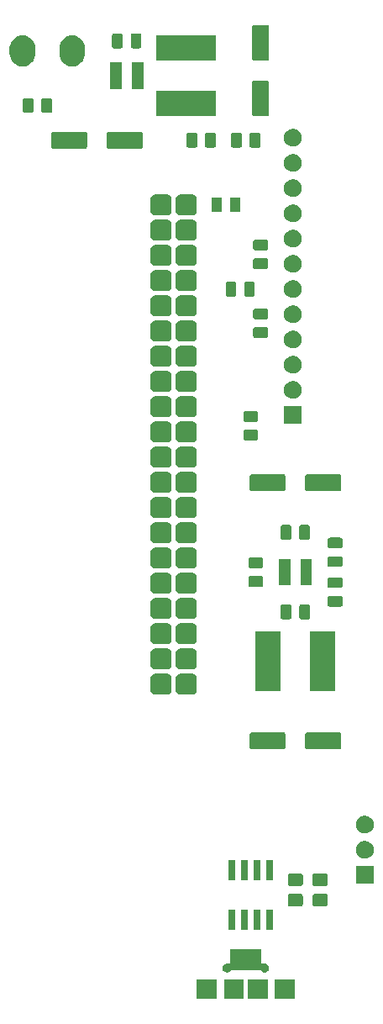
<source format=gbr>
G04 #@! TF.GenerationSoftware,KiCad,Pcbnew,5.1.5+dfsg1-2build2*
G04 #@! TF.CreationDate,2021-01-21T00:37:08+01:00*
G04 #@! TF.ProjectId,t100-raspi,74313030-2d72-4617-9370-692e6b696361,rev?*
G04 #@! TF.SameCoordinates,Original*
G04 #@! TF.FileFunction,Soldermask,Top*
G04 #@! TF.FilePolarity,Negative*
%FSLAX46Y46*%
G04 Gerber Fmt 4.6, Leading zero omitted, Abs format (unit mm)*
G04 Created by KiCad (PCBNEW 5.1.5+dfsg1-2build2) date 2021-01-21 00:37:08*
%MOMM*%
%LPD*%
G04 APERTURE LIST*
%ADD10C,0.100000*%
G04 APERTURE END LIST*
D10*
G36*
X109800810Y-148999690D02*
G01*
X107801430Y-148999690D01*
X107801430Y-147000310D01*
X109800810Y-147000310D01*
X109800810Y-148999690D01*
G37*
G36*
X112198570Y-148999690D02*
G01*
X110199190Y-148999690D01*
X110199190Y-147000310D01*
X112198570Y-147000310D01*
X112198570Y-148999690D01*
G37*
G36*
X114949390Y-148999690D02*
G01*
X112950010Y-148999690D01*
X112950010Y-147000310D01*
X114949390Y-147000310D01*
X114949390Y-148999690D01*
G37*
G36*
X107049990Y-148999690D02*
G01*
X105050610Y-148999690D01*
X105050610Y-147000310D01*
X107049990Y-147000310D01*
X107049990Y-148999690D01*
G37*
G36*
X111550870Y-145323317D02*
G01*
X111553272Y-145347703D01*
X111560385Y-145371152D01*
X111571936Y-145392763D01*
X111587481Y-145411705D01*
X111606423Y-145427250D01*
X111628034Y-145438801D01*
X111651483Y-145445914D01*
X111675869Y-145448316D01*
X111700255Y-145445914D01*
X111723700Y-145438802D01*
X111766184Y-145421205D01*
X111853081Y-145403920D01*
X111941679Y-145403920D01*
X112028576Y-145421205D01*
X112110431Y-145455110D01*
X112184098Y-145504333D01*
X112246747Y-145566982D01*
X112295970Y-145640649D01*
X112329875Y-145722504D01*
X112347160Y-145809401D01*
X112347160Y-145897999D01*
X112329875Y-145984896D01*
X112295970Y-146066751D01*
X112246747Y-146140418D01*
X112184098Y-146203067D01*
X112110431Y-146252290D01*
X112034708Y-146283655D01*
X112028576Y-146286195D01*
X111941679Y-146303480D01*
X111853081Y-146303480D01*
X111766184Y-146286195D01*
X111760052Y-146283655D01*
X111684329Y-146252290D01*
X111610662Y-146203067D01*
X111548013Y-146140418D01*
X111525384Y-146106552D01*
X111509841Y-146087612D01*
X111490899Y-146072067D01*
X111469289Y-146060515D01*
X111445840Y-146053402D01*
X111421453Y-146051000D01*
X108574310Y-146051000D01*
X108549924Y-146053402D01*
X108526475Y-146060515D01*
X108504864Y-146072066D01*
X108485922Y-146087611D01*
X108470378Y-146106553D01*
X108449447Y-146137878D01*
X108386798Y-146200527D01*
X108313131Y-146249750D01*
X108231276Y-146283655D01*
X108144379Y-146300940D01*
X108055781Y-146300940D01*
X107968884Y-146283655D01*
X107887029Y-146249750D01*
X107813362Y-146200527D01*
X107750713Y-146137878D01*
X107701490Y-146064211D01*
X107667585Y-145982356D01*
X107650300Y-145895459D01*
X107650300Y-145806861D01*
X107667585Y-145719964D01*
X107701490Y-145638109D01*
X107750713Y-145564442D01*
X107813362Y-145501793D01*
X107887029Y-145452570D01*
X107968884Y-145418665D01*
X108055781Y-145401380D01*
X108144379Y-145401380D01*
X108231276Y-145418665D01*
X108276299Y-145437314D01*
X108299745Y-145444426D01*
X108324131Y-145446828D01*
X108348517Y-145444426D01*
X108371966Y-145437313D01*
X108393577Y-145425762D01*
X108412519Y-145410216D01*
X108428064Y-145391274D01*
X108439615Y-145369664D01*
X108446728Y-145346215D01*
X108449130Y-145321829D01*
X108449130Y-143949000D01*
X111550870Y-143949000D01*
X111550870Y-145323317D01*
G37*
G36*
X112664928Y-139951764D02*
G01*
X112686009Y-139958160D01*
X112705445Y-139968548D01*
X112722476Y-139982524D01*
X112736452Y-139999555D01*
X112746840Y-140018991D01*
X112753236Y-140040072D01*
X112756000Y-140068140D01*
X112756000Y-141881860D01*
X112753236Y-141909928D01*
X112746840Y-141931009D01*
X112736452Y-141950445D01*
X112722476Y-141967476D01*
X112705445Y-141981452D01*
X112686009Y-141991840D01*
X112664928Y-141998236D01*
X112636860Y-142001000D01*
X112173140Y-142001000D01*
X112145072Y-141998236D01*
X112123991Y-141991840D01*
X112104555Y-141981452D01*
X112087524Y-141967476D01*
X112073548Y-141950445D01*
X112063160Y-141931009D01*
X112056764Y-141909928D01*
X112054000Y-141881860D01*
X112054000Y-140068140D01*
X112056764Y-140040072D01*
X112063160Y-140018991D01*
X112073548Y-139999555D01*
X112087524Y-139982524D01*
X112104555Y-139968548D01*
X112123991Y-139958160D01*
X112145072Y-139951764D01*
X112173140Y-139949000D01*
X112636860Y-139949000D01*
X112664928Y-139951764D01*
G37*
G36*
X108854928Y-139951764D02*
G01*
X108876009Y-139958160D01*
X108895445Y-139968548D01*
X108912476Y-139982524D01*
X108926452Y-139999555D01*
X108936840Y-140018991D01*
X108943236Y-140040072D01*
X108946000Y-140068140D01*
X108946000Y-141881860D01*
X108943236Y-141909928D01*
X108936840Y-141931009D01*
X108926452Y-141950445D01*
X108912476Y-141967476D01*
X108895445Y-141981452D01*
X108876009Y-141991840D01*
X108854928Y-141998236D01*
X108826860Y-142001000D01*
X108363140Y-142001000D01*
X108335072Y-141998236D01*
X108313991Y-141991840D01*
X108294555Y-141981452D01*
X108277524Y-141967476D01*
X108263548Y-141950445D01*
X108253160Y-141931009D01*
X108246764Y-141909928D01*
X108244000Y-141881860D01*
X108244000Y-140068140D01*
X108246764Y-140040072D01*
X108253160Y-140018991D01*
X108263548Y-139999555D01*
X108277524Y-139982524D01*
X108294555Y-139968548D01*
X108313991Y-139958160D01*
X108335072Y-139951764D01*
X108363140Y-139949000D01*
X108826860Y-139949000D01*
X108854928Y-139951764D01*
G37*
G36*
X110124928Y-139951764D02*
G01*
X110146009Y-139958160D01*
X110165445Y-139968548D01*
X110182476Y-139982524D01*
X110196452Y-139999555D01*
X110206840Y-140018991D01*
X110213236Y-140040072D01*
X110216000Y-140068140D01*
X110216000Y-141881860D01*
X110213236Y-141909928D01*
X110206840Y-141931009D01*
X110196452Y-141950445D01*
X110182476Y-141967476D01*
X110165445Y-141981452D01*
X110146009Y-141991840D01*
X110124928Y-141998236D01*
X110096860Y-142001000D01*
X109633140Y-142001000D01*
X109605072Y-141998236D01*
X109583991Y-141991840D01*
X109564555Y-141981452D01*
X109547524Y-141967476D01*
X109533548Y-141950445D01*
X109523160Y-141931009D01*
X109516764Y-141909928D01*
X109514000Y-141881860D01*
X109514000Y-140068140D01*
X109516764Y-140040072D01*
X109523160Y-140018991D01*
X109533548Y-139999555D01*
X109547524Y-139982524D01*
X109564555Y-139968548D01*
X109583991Y-139958160D01*
X109605072Y-139951764D01*
X109633140Y-139949000D01*
X110096860Y-139949000D01*
X110124928Y-139951764D01*
G37*
G36*
X111394928Y-139951764D02*
G01*
X111416009Y-139958160D01*
X111435445Y-139968548D01*
X111452476Y-139982524D01*
X111466452Y-139999555D01*
X111476840Y-140018991D01*
X111483236Y-140040072D01*
X111486000Y-140068140D01*
X111486000Y-141881860D01*
X111483236Y-141909928D01*
X111476840Y-141931009D01*
X111466452Y-141950445D01*
X111452476Y-141967476D01*
X111435445Y-141981452D01*
X111416009Y-141991840D01*
X111394928Y-141998236D01*
X111366860Y-142001000D01*
X110903140Y-142001000D01*
X110875072Y-141998236D01*
X110853991Y-141991840D01*
X110834555Y-141981452D01*
X110817524Y-141967476D01*
X110803548Y-141950445D01*
X110793160Y-141931009D01*
X110786764Y-141909928D01*
X110784000Y-141881860D01*
X110784000Y-140068140D01*
X110786764Y-140040072D01*
X110793160Y-140018991D01*
X110803548Y-139999555D01*
X110817524Y-139982524D01*
X110834555Y-139968548D01*
X110853991Y-139958160D01*
X110875072Y-139951764D01*
X110903140Y-139949000D01*
X111366860Y-139949000D01*
X111394928Y-139951764D01*
G37*
G36*
X115588674Y-138403465D02*
G01*
X115626367Y-138414899D01*
X115661103Y-138433466D01*
X115691548Y-138458452D01*
X115716534Y-138488897D01*
X115735101Y-138523633D01*
X115746535Y-138561326D01*
X115751000Y-138606661D01*
X115751000Y-139443339D01*
X115746535Y-139488674D01*
X115735101Y-139526367D01*
X115716534Y-139561103D01*
X115691548Y-139591548D01*
X115661103Y-139616534D01*
X115626367Y-139635101D01*
X115588674Y-139646535D01*
X115543339Y-139651000D01*
X114456661Y-139651000D01*
X114411326Y-139646535D01*
X114373633Y-139635101D01*
X114338897Y-139616534D01*
X114308452Y-139591548D01*
X114283466Y-139561103D01*
X114264899Y-139526367D01*
X114253465Y-139488674D01*
X114249000Y-139443339D01*
X114249000Y-138606661D01*
X114253465Y-138561326D01*
X114264899Y-138523633D01*
X114283466Y-138488897D01*
X114308452Y-138458452D01*
X114338897Y-138433466D01*
X114373633Y-138414899D01*
X114411326Y-138403465D01*
X114456661Y-138399000D01*
X115543339Y-138399000D01*
X115588674Y-138403465D01*
G37*
G36*
X118088674Y-138403465D02*
G01*
X118126367Y-138414899D01*
X118161103Y-138433466D01*
X118191548Y-138458452D01*
X118216534Y-138488897D01*
X118235101Y-138523633D01*
X118246535Y-138561326D01*
X118251000Y-138606661D01*
X118251000Y-139443339D01*
X118246535Y-139488674D01*
X118235101Y-139526367D01*
X118216534Y-139561103D01*
X118191548Y-139591548D01*
X118161103Y-139616534D01*
X118126367Y-139635101D01*
X118088674Y-139646535D01*
X118043339Y-139651000D01*
X116956661Y-139651000D01*
X116911326Y-139646535D01*
X116873633Y-139635101D01*
X116838897Y-139616534D01*
X116808452Y-139591548D01*
X116783466Y-139561103D01*
X116764899Y-139526367D01*
X116753465Y-139488674D01*
X116749000Y-139443339D01*
X116749000Y-138606661D01*
X116753465Y-138561326D01*
X116764899Y-138523633D01*
X116783466Y-138488897D01*
X116808452Y-138458452D01*
X116838897Y-138433466D01*
X116873633Y-138414899D01*
X116911326Y-138403465D01*
X116956661Y-138399000D01*
X118043339Y-138399000D01*
X118088674Y-138403465D01*
G37*
G36*
X115588674Y-136353465D02*
G01*
X115626367Y-136364899D01*
X115661103Y-136383466D01*
X115691548Y-136408452D01*
X115716534Y-136438897D01*
X115735101Y-136473633D01*
X115746535Y-136511326D01*
X115751000Y-136556661D01*
X115751000Y-137393339D01*
X115746535Y-137438674D01*
X115735101Y-137476367D01*
X115716534Y-137511103D01*
X115691548Y-137541548D01*
X115661103Y-137566534D01*
X115626367Y-137585101D01*
X115588674Y-137596535D01*
X115543339Y-137601000D01*
X114456661Y-137601000D01*
X114411326Y-137596535D01*
X114373633Y-137585101D01*
X114338897Y-137566534D01*
X114308452Y-137541548D01*
X114283466Y-137511103D01*
X114264899Y-137476367D01*
X114253465Y-137438674D01*
X114249000Y-137393339D01*
X114249000Y-136556661D01*
X114253465Y-136511326D01*
X114264899Y-136473633D01*
X114283466Y-136438897D01*
X114308452Y-136408452D01*
X114338897Y-136383466D01*
X114373633Y-136364899D01*
X114411326Y-136353465D01*
X114456661Y-136349000D01*
X115543339Y-136349000D01*
X115588674Y-136353465D01*
G37*
G36*
X118088674Y-136353465D02*
G01*
X118126367Y-136364899D01*
X118161103Y-136383466D01*
X118191548Y-136408452D01*
X118216534Y-136438897D01*
X118235101Y-136473633D01*
X118246535Y-136511326D01*
X118251000Y-136556661D01*
X118251000Y-137393339D01*
X118246535Y-137438674D01*
X118235101Y-137476367D01*
X118216534Y-137511103D01*
X118191548Y-137541548D01*
X118161103Y-137566534D01*
X118126367Y-137585101D01*
X118088674Y-137596535D01*
X118043339Y-137601000D01*
X116956661Y-137601000D01*
X116911326Y-137596535D01*
X116873633Y-137585101D01*
X116838897Y-137566534D01*
X116808452Y-137541548D01*
X116783466Y-137511103D01*
X116764899Y-137476367D01*
X116753465Y-137438674D01*
X116749000Y-137393339D01*
X116749000Y-136556661D01*
X116753465Y-136511326D01*
X116764899Y-136473633D01*
X116783466Y-136438897D01*
X116808452Y-136408452D01*
X116838897Y-136383466D01*
X116873633Y-136364899D01*
X116911326Y-136353465D01*
X116956661Y-136349000D01*
X118043339Y-136349000D01*
X118088674Y-136353465D01*
G37*
G36*
X122901000Y-137401000D02*
G01*
X121099000Y-137401000D01*
X121099000Y-135599000D01*
X122901000Y-135599000D01*
X122901000Y-137401000D01*
G37*
G36*
X111394928Y-135001764D02*
G01*
X111416009Y-135008160D01*
X111435445Y-135018548D01*
X111452476Y-135032524D01*
X111466452Y-135049555D01*
X111476840Y-135068991D01*
X111483236Y-135090072D01*
X111486000Y-135118140D01*
X111486000Y-136931860D01*
X111483236Y-136959928D01*
X111476840Y-136981009D01*
X111466452Y-137000445D01*
X111452476Y-137017476D01*
X111435445Y-137031452D01*
X111416009Y-137041840D01*
X111394928Y-137048236D01*
X111366860Y-137051000D01*
X110903140Y-137051000D01*
X110875072Y-137048236D01*
X110853991Y-137041840D01*
X110834555Y-137031452D01*
X110817524Y-137017476D01*
X110803548Y-137000445D01*
X110793160Y-136981009D01*
X110786764Y-136959928D01*
X110784000Y-136931860D01*
X110784000Y-135118140D01*
X110786764Y-135090072D01*
X110793160Y-135068991D01*
X110803548Y-135049555D01*
X110817524Y-135032524D01*
X110834555Y-135018548D01*
X110853991Y-135008160D01*
X110875072Y-135001764D01*
X110903140Y-134999000D01*
X111366860Y-134999000D01*
X111394928Y-135001764D01*
G37*
G36*
X110124928Y-135001764D02*
G01*
X110146009Y-135008160D01*
X110165445Y-135018548D01*
X110182476Y-135032524D01*
X110196452Y-135049555D01*
X110206840Y-135068991D01*
X110213236Y-135090072D01*
X110216000Y-135118140D01*
X110216000Y-136931860D01*
X110213236Y-136959928D01*
X110206840Y-136981009D01*
X110196452Y-137000445D01*
X110182476Y-137017476D01*
X110165445Y-137031452D01*
X110146009Y-137041840D01*
X110124928Y-137048236D01*
X110096860Y-137051000D01*
X109633140Y-137051000D01*
X109605072Y-137048236D01*
X109583991Y-137041840D01*
X109564555Y-137031452D01*
X109547524Y-137017476D01*
X109533548Y-137000445D01*
X109523160Y-136981009D01*
X109516764Y-136959928D01*
X109514000Y-136931860D01*
X109514000Y-135118140D01*
X109516764Y-135090072D01*
X109523160Y-135068991D01*
X109533548Y-135049555D01*
X109547524Y-135032524D01*
X109564555Y-135018548D01*
X109583991Y-135008160D01*
X109605072Y-135001764D01*
X109633140Y-134999000D01*
X110096860Y-134999000D01*
X110124928Y-135001764D01*
G37*
G36*
X112664928Y-135001764D02*
G01*
X112686009Y-135008160D01*
X112705445Y-135018548D01*
X112722476Y-135032524D01*
X112736452Y-135049555D01*
X112746840Y-135068991D01*
X112753236Y-135090072D01*
X112756000Y-135118140D01*
X112756000Y-136931860D01*
X112753236Y-136959928D01*
X112746840Y-136981009D01*
X112736452Y-137000445D01*
X112722476Y-137017476D01*
X112705445Y-137031452D01*
X112686009Y-137041840D01*
X112664928Y-137048236D01*
X112636860Y-137051000D01*
X112173140Y-137051000D01*
X112145072Y-137048236D01*
X112123991Y-137041840D01*
X112104555Y-137031452D01*
X112087524Y-137017476D01*
X112073548Y-137000445D01*
X112063160Y-136981009D01*
X112056764Y-136959928D01*
X112054000Y-136931860D01*
X112054000Y-135118140D01*
X112056764Y-135090072D01*
X112063160Y-135068991D01*
X112073548Y-135049555D01*
X112087524Y-135032524D01*
X112104555Y-135018548D01*
X112123991Y-135008160D01*
X112145072Y-135001764D01*
X112173140Y-134999000D01*
X112636860Y-134999000D01*
X112664928Y-135001764D01*
G37*
G36*
X108854928Y-135001764D02*
G01*
X108876009Y-135008160D01*
X108895445Y-135018548D01*
X108912476Y-135032524D01*
X108926452Y-135049555D01*
X108936840Y-135068991D01*
X108943236Y-135090072D01*
X108946000Y-135118140D01*
X108946000Y-136931860D01*
X108943236Y-136959928D01*
X108936840Y-136981009D01*
X108926452Y-137000445D01*
X108912476Y-137017476D01*
X108895445Y-137031452D01*
X108876009Y-137041840D01*
X108854928Y-137048236D01*
X108826860Y-137051000D01*
X108363140Y-137051000D01*
X108335072Y-137048236D01*
X108313991Y-137041840D01*
X108294555Y-137031452D01*
X108277524Y-137017476D01*
X108263548Y-137000445D01*
X108253160Y-136981009D01*
X108246764Y-136959928D01*
X108244000Y-136931860D01*
X108244000Y-135118140D01*
X108246764Y-135090072D01*
X108253160Y-135068991D01*
X108263548Y-135049555D01*
X108277524Y-135032524D01*
X108294555Y-135018548D01*
X108313991Y-135008160D01*
X108335072Y-135001764D01*
X108363140Y-134999000D01*
X108826860Y-134999000D01*
X108854928Y-135001764D01*
G37*
G36*
X122113512Y-133063927D02*
G01*
X122262812Y-133093624D01*
X122426784Y-133161544D01*
X122574354Y-133260147D01*
X122699853Y-133385646D01*
X122798456Y-133533216D01*
X122866376Y-133697188D01*
X122901000Y-133871259D01*
X122901000Y-134048741D01*
X122866376Y-134222812D01*
X122798456Y-134386784D01*
X122699853Y-134534354D01*
X122574354Y-134659853D01*
X122426784Y-134758456D01*
X122262812Y-134826376D01*
X122113512Y-134856073D01*
X122088742Y-134861000D01*
X121911258Y-134861000D01*
X121886488Y-134856073D01*
X121737188Y-134826376D01*
X121573216Y-134758456D01*
X121425646Y-134659853D01*
X121300147Y-134534354D01*
X121201544Y-134386784D01*
X121133624Y-134222812D01*
X121099000Y-134048741D01*
X121099000Y-133871259D01*
X121133624Y-133697188D01*
X121201544Y-133533216D01*
X121300147Y-133385646D01*
X121425646Y-133260147D01*
X121573216Y-133161544D01*
X121737188Y-133093624D01*
X121886488Y-133063927D01*
X121911258Y-133059000D01*
X122088742Y-133059000D01*
X122113512Y-133063927D01*
G37*
G36*
X122113512Y-130523927D02*
G01*
X122262812Y-130553624D01*
X122426784Y-130621544D01*
X122574354Y-130720147D01*
X122699853Y-130845646D01*
X122798456Y-130993216D01*
X122866376Y-131157188D01*
X122901000Y-131331259D01*
X122901000Y-131508741D01*
X122866376Y-131682812D01*
X122798456Y-131846784D01*
X122699853Y-131994354D01*
X122574354Y-132119853D01*
X122426784Y-132218456D01*
X122262812Y-132286376D01*
X122113512Y-132316073D01*
X122088742Y-132321000D01*
X121911258Y-132321000D01*
X121886488Y-132316073D01*
X121737188Y-132286376D01*
X121573216Y-132218456D01*
X121425646Y-132119853D01*
X121300147Y-131994354D01*
X121201544Y-131846784D01*
X121133624Y-131682812D01*
X121099000Y-131508741D01*
X121099000Y-131331259D01*
X121133624Y-131157188D01*
X121201544Y-130993216D01*
X121300147Y-130845646D01*
X121425646Y-130720147D01*
X121573216Y-130621544D01*
X121737188Y-130553624D01*
X121886488Y-130523927D01*
X121911258Y-130519000D01*
X122088742Y-130519000D01*
X122113512Y-130523927D01*
G37*
G36*
X113855997Y-122153051D02*
G01*
X113889652Y-122163261D01*
X113920665Y-122179838D01*
X113947851Y-122202149D01*
X113970162Y-122229335D01*
X113986739Y-122260348D01*
X113996949Y-122294003D01*
X114001000Y-122335138D01*
X114001000Y-123664862D01*
X113996949Y-123705997D01*
X113986739Y-123739652D01*
X113970162Y-123770665D01*
X113947851Y-123797851D01*
X113920665Y-123820162D01*
X113889652Y-123836739D01*
X113855997Y-123846949D01*
X113814862Y-123851000D01*
X110585138Y-123851000D01*
X110544003Y-123846949D01*
X110510348Y-123836739D01*
X110479335Y-123820162D01*
X110452149Y-123797851D01*
X110429838Y-123770665D01*
X110413261Y-123739652D01*
X110403051Y-123705997D01*
X110399000Y-123664862D01*
X110399000Y-122335138D01*
X110403051Y-122294003D01*
X110413261Y-122260348D01*
X110429838Y-122229335D01*
X110452149Y-122202149D01*
X110479335Y-122179838D01*
X110510348Y-122163261D01*
X110544003Y-122153051D01*
X110585138Y-122149000D01*
X113814862Y-122149000D01*
X113855997Y-122153051D01*
G37*
G36*
X119455997Y-122153051D02*
G01*
X119489652Y-122163261D01*
X119520665Y-122179838D01*
X119547851Y-122202149D01*
X119570162Y-122229335D01*
X119586739Y-122260348D01*
X119596949Y-122294003D01*
X119601000Y-122335138D01*
X119601000Y-123664862D01*
X119596949Y-123705997D01*
X119586739Y-123739652D01*
X119570162Y-123770665D01*
X119547851Y-123797851D01*
X119520665Y-123820162D01*
X119489652Y-123836739D01*
X119455997Y-123846949D01*
X119414862Y-123851000D01*
X116185138Y-123851000D01*
X116144003Y-123846949D01*
X116110348Y-123836739D01*
X116079335Y-123820162D01*
X116052149Y-123797851D01*
X116029838Y-123770665D01*
X116013261Y-123739652D01*
X116003051Y-123705997D01*
X115999000Y-123664862D01*
X115999000Y-122335138D01*
X116003051Y-122294003D01*
X116013261Y-122260348D01*
X116029838Y-122229335D01*
X116052149Y-122202149D01*
X116079335Y-122179838D01*
X116110348Y-122163261D01*
X116144003Y-122153051D01*
X116185138Y-122149000D01*
X119414862Y-122149000D01*
X119455997Y-122153051D01*
G37*
G36*
X102138210Y-116218489D02*
G01*
X102224950Y-116244802D01*
X102304889Y-116287530D01*
X102374962Y-116345038D01*
X102432470Y-116415111D01*
X102475198Y-116495050D01*
X102501511Y-116581790D01*
X102511000Y-116678140D01*
X102511000Y-117841860D01*
X102501511Y-117938210D01*
X102475198Y-118024950D01*
X102432470Y-118104889D01*
X102374962Y-118174962D01*
X102304889Y-118232470D01*
X102224950Y-118275198D01*
X102138210Y-118301511D01*
X102041860Y-118311000D01*
X100878140Y-118311000D01*
X100781790Y-118301511D01*
X100695050Y-118275198D01*
X100615111Y-118232470D01*
X100545038Y-118174962D01*
X100487530Y-118104889D01*
X100444802Y-118024950D01*
X100418489Y-117938210D01*
X100409000Y-117841860D01*
X100409000Y-116678140D01*
X100418489Y-116581790D01*
X100444802Y-116495050D01*
X100487530Y-116415111D01*
X100545038Y-116345038D01*
X100615111Y-116287530D01*
X100695050Y-116244802D01*
X100781790Y-116218489D01*
X100878140Y-116209000D01*
X102041860Y-116209000D01*
X102138210Y-116218489D01*
G37*
G36*
X104678210Y-116218489D02*
G01*
X104764950Y-116244802D01*
X104844889Y-116287530D01*
X104914962Y-116345038D01*
X104972470Y-116415111D01*
X105015198Y-116495050D01*
X105041511Y-116581790D01*
X105051000Y-116678140D01*
X105051000Y-117841860D01*
X105041511Y-117938210D01*
X105015198Y-118024950D01*
X104972470Y-118104889D01*
X104914962Y-118174962D01*
X104844889Y-118232470D01*
X104764950Y-118275198D01*
X104678210Y-118301511D01*
X104581860Y-118311000D01*
X103418140Y-118311000D01*
X103321790Y-118301511D01*
X103235050Y-118275198D01*
X103155111Y-118232470D01*
X103085038Y-118174962D01*
X103027530Y-118104889D01*
X102984802Y-118024950D01*
X102958489Y-117938210D01*
X102949000Y-117841860D01*
X102949000Y-116678140D01*
X102958489Y-116581790D01*
X102984802Y-116495050D01*
X103027530Y-116415111D01*
X103085038Y-116345038D01*
X103155111Y-116287530D01*
X103235050Y-116244802D01*
X103321790Y-116218489D01*
X103418140Y-116209000D01*
X104581860Y-116209000D01*
X104678210Y-116218489D01*
G37*
G36*
X113501000Y-118001000D02*
G01*
X110949000Y-118001000D01*
X110949000Y-111999000D01*
X113501000Y-111999000D01*
X113501000Y-118001000D01*
G37*
G36*
X119051000Y-118001000D02*
G01*
X116499000Y-118001000D01*
X116499000Y-111999000D01*
X119051000Y-111999000D01*
X119051000Y-118001000D01*
G37*
G36*
X102138210Y-113678489D02*
G01*
X102224950Y-113704802D01*
X102304889Y-113747530D01*
X102374962Y-113805038D01*
X102432470Y-113875111D01*
X102475198Y-113955050D01*
X102501511Y-114041790D01*
X102511000Y-114138140D01*
X102511000Y-115301860D01*
X102501511Y-115398210D01*
X102475198Y-115484950D01*
X102432470Y-115564889D01*
X102374962Y-115634962D01*
X102304889Y-115692470D01*
X102224950Y-115735198D01*
X102138210Y-115761511D01*
X102041860Y-115771000D01*
X100878140Y-115771000D01*
X100781790Y-115761511D01*
X100695050Y-115735198D01*
X100615111Y-115692470D01*
X100545038Y-115634962D01*
X100487530Y-115564889D01*
X100444802Y-115484950D01*
X100418489Y-115398210D01*
X100409000Y-115301860D01*
X100409000Y-114138140D01*
X100418489Y-114041790D01*
X100444802Y-113955050D01*
X100487530Y-113875111D01*
X100545038Y-113805038D01*
X100615111Y-113747530D01*
X100695050Y-113704802D01*
X100781790Y-113678489D01*
X100878140Y-113669000D01*
X102041860Y-113669000D01*
X102138210Y-113678489D01*
G37*
G36*
X104678210Y-113678489D02*
G01*
X104764950Y-113704802D01*
X104844889Y-113747530D01*
X104914962Y-113805038D01*
X104972470Y-113875111D01*
X105015198Y-113955050D01*
X105041511Y-114041790D01*
X105051000Y-114138140D01*
X105051000Y-115301860D01*
X105041511Y-115398210D01*
X105015198Y-115484950D01*
X104972470Y-115564889D01*
X104914962Y-115634962D01*
X104844889Y-115692470D01*
X104764950Y-115735198D01*
X104678210Y-115761511D01*
X104581860Y-115771000D01*
X103418140Y-115771000D01*
X103321790Y-115761511D01*
X103235050Y-115735198D01*
X103155111Y-115692470D01*
X103085038Y-115634962D01*
X103027530Y-115564889D01*
X102984802Y-115484950D01*
X102958489Y-115398210D01*
X102949000Y-115301860D01*
X102949000Y-114138140D01*
X102958489Y-114041790D01*
X102984802Y-113955050D01*
X103027530Y-113875111D01*
X103085038Y-113805038D01*
X103155111Y-113747530D01*
X103235050Y-113704802D01*
X103321790Y-113678489D01*
X103418140Y-113669000D01*
X104581860Y-113669000D01*
X104678210Y-113678489D01*
G37*
G36*
X104678210Y-111138489D02*
G01*
X104764950Y-111164802D01*
X104844889Y-111207530D01*
X104914962Y-111265038D01*
X104972470Y-111335111D01*
X105015198Y-111415050D01*
X105041511Y-111501790D01*
X105051000Y-111598140D01*
X105051000Y-112761860D01*
X105041511Y-112858210D01*
X105015198Y-112944950D01*
X104972470Y-113024889D01*
X104914962Y-113094962D01*
X104844889Y-113152470D01*
X104764950Y-113195198D01*
X104678210Y-113221511D01*
X104581860Y-113231000D01*
X103418140Y-113231000D01*
X103321790Y-113221511D01*
X103235050Y-113195198D01*
X103155111Y-113152470D01*
X103085038Y-113094962D01*
X103027530Y-113024889D01*
X102984802Y-112944950D01*
X102958489Y-112858210D01*
X102949000Y-112761860D01*
X102949000Y-111598140D01*
X102958489Y-111501790D01*
X102984802Y-111415050D01*
X103027530Y-111335111D01*
X103085038Y-111265038D01*
X103155111Y-111207530D01*
X103235050Y-111164802D01*
X103321790Y-111138489D01*
X103418140Y-111129000D01*
X104581860Y-111129000D01*
X104678210Y-111138489D01*
G37*
G36*
X102138210Y-111138489D02*
G01*
X102224950Y-111164802D01*
X102304889Y-111207530D01*
X102374962Y-111265038D01*
X102432470Y-111335111D01*
X102475198Y-111415050D01*
X102501511Y-111501790D01*
X102511000Y-111598140D01*
X102511000Y-112761860D01*
X102501511Y-112858210D01*
X102475198Y-112944950D01*
X102432470Y-113024889D01*
X102374962Y-113094962D01*
X102304889Y-113152470D01*
X102224950Y-113195198D01*
X102138210Y-113221511D01*
X102041860Y-113231000D01*
X100878140Y-113231000D01*
X100781790Y-113221511D01*
X100695050Y-113195198D01*
X100615111Y-113152470D01*
X100545038Y-113094962D01*
X100487530Y-113024889D01*
X100444802Y-112944950D01*
X100418489Y-112858210D01*
X100409000Y-112761860D01*
X100409000Y-111598140D01*
X100418489Y-111501790D01*
X100444802Y-111415050D01*
X100487530Y-111335111D01*
X100545038Y-111265038D01*
X100615111Y-111207530D01*
X100695050Y-111164802D01*
X100781790Y-111138489D01*
X100878140Y-111129000D01*
X102041860Y-111129000D01*
X102138210Y-111138489D01*
G37*
G36*
X114434468Y-109253565D02*
G01*
X114473138Y-109265296D01*
X114508777Y-109284346D01*
X114540017Y-109309983D01*
X114565654Y-109341223D01*
X114584704Y-109376862D01*
X114596435Y-109415532D01*
X114601000Y-109461888D01*
X114601000Y-110538112D01*
X114596435Y-110584468D01*
X114584704Y-110623138D01*
X114565654Y-110658777D01*
X114540017Y-110690017D01*
X114508777Y-110715654D01*
X114473138Y-110734704D01*
X114434468Y-110746435D01*
X114388112Y-110751000D01*
X113736888Y-110751000D01*
X113690532Y-110746435D01*
X113651862Y-110734704D01*
X113616223Y-110715654D01*
X113584983Y-110690017D01*
X113559346Y-110658777D01*
X113540296Y-110623138D01*
X113528565Y-110584468D01*
X113524000Y-110538112D01*
X113524000Y-109461888D01*
X113528565Y-109415532D01*
X113540296Y-109376862D01*
X113559346Y-109341223D01*
X113584983Y-109309983D01*
X113616223Y-109284346D01*
X113651862Y-109265296D01*
X113690532Y-109253565D01*
X113736888Y-109249000D01*
X114388112Y-109249000D01*
X114434468Y-109253565D01*
G37*
G36*
X116309468Y-109253565D02*
G01*
X116348138Y-109265296D01*
X116383777Y-109284346D01*
X116415017Y-109309983D01*
X116440654Y-109341223D01*
X116459704Y-109376862D01*
X116471435Y-109415532D01*
X116476000Y-109461888D01*
X116476000Y-110538112D01*
X116471435Y-110584468D01*
X116459704Y-110623138D01*
X116440654Y-110658777D01*
X116415017Y-110690017D01*
X116383777Y-110715654D01*
X116348138Y-110734704D01*
X116309468Y-110746435D01*
X116263112Y-110751000D01*
X115611888Y-110751000D01*
X115565532Y-110746435D01*
X115526862Y-110734704D01*
X115491223Y-110715654D01*
X115459983Y-110690017D01*
X115434346Y-110658777D01*
X115415296Y-110623138D01*
X115403565Y-110584468D01*
X115399000Y-110538112D01*
X115399000Y-109461888D01*
X115403565Y-109415532D01*
X115415296Y-109376862D01*
X115434346Y-109341223D01*
X115459983Y-109309983D01*
X115491223Y-109284346D01*
X115526862Y-109265296D01*
X115565532Y-109253565D01*
X115611888Y-109249000D01*
X116263112Y-109249000D01*
X116309468Y-109253565D01*
G37*
G36*
X104678210Y-108598489D02*
G01*
X104764950Y-108624802D01*
X104844889Y-108667530D01*
X104914962Y-108725038D01*
X104972470Y-108795111D01*
X105015198Y-108875050D01*
X105041511Y-108961790D01*
X105051000Y-109058140D01*
X105051000Y-110221860D01*
X105041511Y-110318210D01*
X105015198Y-110404950D01*
X104972470Y-110484889D01*
X104914962Y-110554962D01*
X104844889Y-110612470D01*
X104764950Y-110655198D01*
X104678210Y-110681511D01*
X104581860Y-110691000D01*
X103418140Y-110691000D01*
X103321790Y-110681511D01*
X103235050Y-110655198D01*
X103155111Y-110612470D01*
X103085038Y-110554962D01*
X103027530Y-110484889D01*
X102984802Y-110404950D01*
X102958489Y-110318210D01*
X102949000Y-110221860D01*
X102949000Y-109058140D01*
X102958489Y-108961790D01*
X102984802Y-108875050D01*
X103027530Y-108795111D01*
X103085038Y-108725038D01*
X103155111Y-108667530D01*
X103235050Y-108624802D01*
X103321790Y-108598489D01*
X103418140Y-108589000D01*
X104581860Y-108589000D01*
X104678210Y-108598489D01*
G37*
G36*
X102138210Y-108598489D02*
G01*
X102224950Y-108624802D01*
X102304889Y-108667530D01*
X102374962Y-108725038D01*
X102432470Y-108795111D01*
X102475198Y-108875050D01*
X102501511Y-108961790D01*
X102511000Y-109058140D01*
X102511000Y-110221860D01*
X102501511Y-110318210D01*
X102475198Y-110404950D01*
X102432470Y-110484889D01*
X102374962Y-110554962D01*
X102304889Y-110612470D01*
X102224950Y-110655198D01*
X102138210Y-110681511D01*
X102041860Y-110691000D01*
X100878140Y-110691000D01*
X100781790Y-110681511D01*
X100695050Y-110655198D01*
X100615111Y-110612470D01*
X100545038Y-110554962D01*
X100487530Y-110484889D01*
X100444802Y-110404950D01*
X100418489Y-110318210D01*
X100409000Y-110221860D01*
X100409000Y-109058140D01*
X100418489Y-108961790D01*
X100444802Y-108875050D01*
X100487530Y-108795111D01*
X100545038Y-108725038D01*
X100615111Y-108667530D01*
X100695050Y-108624802D01*
X100781790Y-108598489D01*
X100878140Y-108589000D01*
X102041860Y-108589000D01*
X102138210Y-108598489D01*
G37*
G36*
X119584468Y-108403565D02*
G01*
X119623138Y-108415296D01*
X119658777Y-108434346D01*
X119690017Y-108459983D01*
X119715654Y-108491223D01*
X119734704Y-108526862D01*
X119746435Y-108565532D01*
X119751000Y-108611888D01*
X119751000Y-109263112D01*
X119746435Y-109309468D01*
X119734704Y-109348138D01*
X119715654Y-109383777D01*
X119690017Y-109415017D01*
X119658777Y-109440654D01*
X119623138Y-109459704D01*
X119584468Y-109471435D01*
X119538112Y-109476000D01*
X118461888Y-109476000D01*
X118415532Y-109471435D01*
X118376862Y-109459704D01*
X118341223Y-109440654D01*
X118309983Y-109415017D01*
X118284346Y-109383777D01*
X118265296Y-109348138D01*
X118253565Y-109309468D01*
X118249000Y-109263112D01*
X118249000Y-108611888D01*
X118253565Y-108565532D01*
X118265296Y-108526862D01*
X118284346Y-108491223D01*
X118309983Y-108459983D01*
X118341223Y-108434346D01*
X118376862Y-108415296D01*
X118415532Y-108403565D01*
X118461888Y-108399000D01*
X119538112Y-108399000D01*
X119584468Y-108403565D01*
G37*
G36*
X102138210Y-106058489D02*
G01*
X102224950Y-106084802D01*
X102304889Y-106127530D01*
X102374962Y-106185038D01*
X102432470Y-106255111D01*
X102475198Y-106335050D01*
X102501511Y-106421790D01*
X102511000Y-106518140D01*
X102511000Y-107681860D01*
X102501511Y-107778210D01*
X102475198Y-107864950D01*
X102432470Y-107944889D01*
X102374962Y-108014962D01*
X102304889Y-108072470D01*
X102224950Y-108115198D01*
X102138210Y-108141511D01*
X102041860Y-108151000D01*
X100878140Y-108151000D01*
X100781790Y-108141511D01*
X100695050Y-108115198D01*
X100615111Y-108072470D01*
X100545038Y-108014962D01*
X100487530Y-107944889D01*
X100444802Y-107864950D01*
X100418489Y-107778210D01*
X100409000Y-107681860D01*
X100409000Y-106518140D01*
X100418489Y-106421790D01*
X100444802Y-106335050D01*
X100487530Y-106255111D01*
X100545038Y-106185038D01*
X100615111Y-106127530D01*
X100695050Y-106084802D01*
X100781790Y-106058489D01*
X100878140Y-106049000D01*
X102041860Y-106049000D01*
X102138210Y-106058489D01*
G37*
G36*
X104678210Y-106058489D02*
G01*
X104764950Y-106084802D01*
X104844889Y-106127530D01*
X104914962Y-106185038D01*
X104972470Y-106255111D01*
X105015198Y-106335050D01*
X105041511Y-106421790D01*
X105051000Y-106518140D01*
X105051000Y-107681860D01*
X105041511Y-107778210D01*
X105015198Y-107864950D01*
X104972470Y-107944889D01*
X104914962Y-108014962D01*
X104844889Y-108072470D01*
X104764950Y-108115198D01*
X104678210Y-108141511D01*
X104581860Y-108151000D01*
X103418140Y-108151000D01*
X103321790Y-108141511D01*
X103235050Y-108115198D01*
X103155111Y-108072470D01*
X103085038Y-108014962D01*
X103027530Y-107944889D01*
X102984802Y-107864950D01*
X102958489Y-107778210D01*
X102949000Y-107681860D01*
X102949000Y-106518140D01*
X102958489Y-106421790D01*
X102984802Y-106335050D01*
X103027530Y-106255111D01*
X103085038Y-106185038D01*
X103155111Y-106127530D01*
X103235050Y-106084802D01*
X103321790Y-106058489D01*
X103418140Y-106049000D01*
X104581860Y-106049000D01*
X104678210Y-106058489D01*
G37*
G36*
X119584468Y-106528565D02*
G01*
X119623138Y-106540296D01*
X119658777Y-106559346D01*
X119690017Y-106584983D01*
X119715654Y-106616223D01*
X119734704Y-106651862D01*
X119746435Y-106690532D01*
X119751000Y-106736888D01*
X119751000Y-107388112D01*
X119746435Y-107434468D01*
X119734704Y-107473138D01*
X119715654Y-107508777D01*
X119690017Y-107540017D01*
X119658777Y-107565654D01*
X119623138Y-107584704D01*
X119584468Y-107596435D01*
X119538112Y-107601000D01*
X118461888Y-107601000D01*
X118415532Y-107596435D01*
X118376862Y-107584704D01*
X118341223Y-107565654D01*
X118309983Y-107540017D01*
X118284346Y-107508777D01*
X118265296Y-107473138D01*
X118253565Y-107434468D01*
X118249000Y-107388112D01*
X118249000Y-106736888D01*
X118253565Y-106690532D01*
X118265296Y-106651862D01*
X118284346Y-106616223D01*
X118309983Y-106584983D01*
X118341223Y-106559346D01*
X118376862Y-106540296D01*
X118415532Y-106528565D01*
X118461888Y-106524000D01*
X119538112Y-106524000D01*
X119584468Y-106528565D01*
G37*
G36*
X111584468Y-106403565D02*
G01*
X111623138Y-106415296D01*
X111658777Y-106434346D01*
X111690017Y-106459983D01*
X111715654Y-106491223D01*
X111734704Y-106526862D01*
X111746435Y-106565532D01*
X111751000Y-106611888D01*
X111751000Y-107263112D01*
X111746435Y-107309468D01*
X111734704Y-107348138D01*
X111715654Y-107383777D01*
X111690017Y-107415017D01*
X111658777Y-107440654D01*
X111623138Y-107459704D01*
X111584468Y-107471435D01*
X111538112Y-107476000D01*
X110461888Y-107476000D01*
X110415532Y-107471435D01*
X110376862Y-107459704D01*
X110341223Y-107440654D01*
X110309983Y-107415017D01*
X110284346Y-107383777D01*
X110265296Y-107348138D01*
X110253565Y-107309468D01*
X110249000Y-107263112D01*
X110249000Y-106611888D01*
X110253565Y-106565532D01*
X110265296Y-106526862D01*
X110284346Y-106491223D01*
X110309983Y-106459983D01*
X110341223Y-106434346D01*
X110376862Y-106415296D01*
X110415532Y-106403565D01*
X110461888Y-106399000D01*
X111538112Y-106399000D01*
X111584468Y-106403565D01*
G37*
G36*
X116681000Y-107326000D02*
G01*
X115519000Y-107326000D01*
X115519000Y-104674000D01*
X116681000Y-104674000D01*
X116681000Y-107326000D01*
G37*
G36*
X114481000Y-107326000D02*
G01*
X113319000Y-107326000D01*
X113319000Y-104674000D01*
X114481000Y-104674000D01*
X114481000Y-107326000D01*
G37*
G36*
X102138210Y-103518489D02*
G01*
X102224950Y-103544802D01*
X102304889Y-103587530D01*
X102374962Y-103645038D01*
X102432470Y-103715111D01*
X102475198Y-103795050D01*
X102501511Y-103881790D01*
X102511000Y-103978140D01*
X102511000Y-105141860D01*
X102501511Y-105238210D01*
X102475198Y-105324950D01*
X102432470Y-105404889D01*
X102374962Y-105474962D01*
X102304889Y-105532470D01*
X102224950Y-105575198D01*
X102138210Y-105601511D01*
X102041860Y-105611000D01*
X100878140Y-105611000D01*
X100781790Y-105601511D01*
X100695050Y-105575198D01*
X100615111Y-105532470D01*
X100545038Y-105474962D01*
X100487530Y-105404889D01*
X100444802Y-105324950D01*
X100418489Y-105238210D01*
X100409000Y-105141860D01*
X100409000Y-103978140D01*
X100418489Y-103881790D01*
X100444802Y-103795050D01*
X100487530Y-103715111D01*
X100545038Y-103645038D01*
X100615111Y-103587530D01*
X100695050Y-103544802D01*
X100781790Y-103518489D01*
X100878140Y-103509000D01*
X102041860Y-103509000D01*
X102138210Y-103518489D01*
G37*
G36*
X104678210Y-103518489D02*
G01*
X104764950Y-103544802D01*
X104844889Y-103587530D01*
X104914962Y-103645038D01*
X104972470Y-103715111D01*
X105015198Y-103795050D01*
X105041511Y-103881790D01*
X105051000Y-103978140D01*
X105051000Y-105141860D01*
X105041511Y-105238210D01*
X105015198Y-105324950D01*
X104972470Y-105404889D01*
X104914962Y-105474962D01*
X104844889Y-105532470D01*
X104764950Y-105575198D01*
X104678210Y-105601511D01*
X104581860Y-105611000D01*
X103418140Y-105611000D01*
X103321790Y-105601511D01*
X103235050Y-105575198D01*
X103155111Y-105532470D01*
X103085038Y-105474962D01*
X103027530Y-105404889D01*
X102984802Y-105324950D01*
X102958489Y-105238210D01*
X102949000Y-105141860D01*
X102949000Y-103978140D01*
X102958489Y-103881790D01*
X102984802Y-103795050D01*
X103027530Y-103715111D01*
X103085038Y-103645038D01*
X103155111Y-103587530D01*
X103235050Y-103544802D01*
X103321790Y-103518489D01*
X103418140Y-103509000D01*
X104581860Y-103509000D01*
X104678210Y-103518489D01*
G37*
G36*
X111584468Y-104528565D02*
G01*
X111623138Y-104540296D01*
X111658777Y-104559346D01*
X111690017Y-104584983D01*
X111715654Y-104616223D01*
X111734704Y-104651862D01*
X111746435Y-104690532D01*
X111751000Y-104736888D01*
X111751000Y-105388112D01*
X111746435Y-105434468D01*
X111734704Y-105473138D01*
X111715654Y-105508777D01*
X111690017Y-105540017D01*
X111658777Y-105565654D01*
X111623138Y-105584704D01*
X111584468Y-105596435D01*
X111538112Y-105601000D01*
X110461888Y-105601000D01*
X110415532Y-105596435D01*
X110376862Y-105584704D01*
X110341223Y-105565654D01*
X110309983Y-105540017D01*
X110284346Y-105508777D01*
X110265296Y-105473138D01*
X110253565Y-105434468D01*
X110249000Y-105388112D01*
X110249000Y-104736888D01*
X110253565Y-104690532D01*
X110265296Y-104651862D01*
X110284346Y-104616223D01*
X110309983Y-104584983D01*
X110341223Y-104559346D01*
X110376862Y-104540296D01*
X110415532Y-104528565D01*
X110461888Y-104524000D01*
X111538112Y-104524000D01*
X111584468Y-104528565D01*
G37*
G36*
X119584468Y-104403565D02*
G01*
X119623138Y-104415296D01*
X119658777Y-104434346D01*
X119690017Y-104459983D01*
X119715654Y-104491223D01*
X119734704Y-104526862D01*
X119746435Y-104565532D01*
X119751000Y-104611888D01*
X119751000Y-105263112D01*
X119746435Y-105309468D01*
X119734704Y-105348138D01*
X119715654Y-105383777D01*
X119690017Y-105415017D01*
X119658777Y-105440654D01*
X119623138Y-105459704D01*
X119584468Y-105471435D01*
X119538112Y-105476000D01*
X118461888Y-105476000D01*
X118415532Y-105471435D01*
X118376862Y-105459704D01*
X118341223Y-105440654D01*
X118309983Y-105415017D01*
X118284346Y-105383777D01*
X118265296Y-105348138D01*
X118253565Y-105309468D01*
X118249000Y-105263112D01*
X118249000Y-104611888D01*
X118253565Y-104565532D01*
X118265296Y-104526862D01*
X118284346Y-104491223D01*
X118309983Y-104459983D01*
X118341223Y-104434346D01*
X118376862Y-104415296D01*
X118415532Y-104403565D01*
X118461888Y-104399000D01*
X119538112Y-104399000D01*
X119584468Y-104403565D01*
G37*
G36*
X119584468Y-102528565D02*
G01*
X119623138Y-102540296D01*
X119658777Y-102559346D01*
X119690017Y-102584983D01*
X119715654Y-102616223D01*
X119734704Y-102651862D01*
X119746435Y-102690532D01*
X119751000Y-102736888D01*
X119751000Y-103388112D01*
X119746435Y-103434468D01*
X119734704Y-103473138D01*
X119715654Y-103508777D01*
X119690017Y-103540017D01*
X119658777Y-103565654D01*
X119623138Y-103584704D01*
X119584468Y-103596435D01*
X119538112Y-103601000D01*
X118461888Y-103601000D01*
X118415532Y-103596435D01*
X118376862Y-103584704D01*
X118341223Y-103565654D01*
X118309983Y-103540017D01*
X118284346Y-103508777D01*
X118265296Y-103473138D01*
X118253565Y-103434468D01*
X118249000Y-103388112D01*
X118249000Y-102736888D01*
X118253565Y-102690532D01*
X118265296Y-102651862D01*
X118284346Y-102616223D01*
X118309983Y-102584983D01*
X118341223Y-102559346D01*
X118376862Y-102540296D01*
X118415532Y-102528565D01*
X118461888Y-102524000D01*
X119538112Y-102524000D01*
X119584468Y-102528565D01*
G37*
G36*
X102138210Y-100978489D02*
G01*
X102224950Y-101004802D01*
X102304889Y-101047530D01*
X102374962Y-101105038D01*
X102432470Y-101175111D01*
X102475198Y-101255050D01*
X102501511Y-101341790D01*
X102511000Y-101438140D01*
X102511000Y-102601860D01*
X102501511Y-102698210D01*
X102475198Y-102784950D01*
X102432470Y-102864889D01*
X102374962Y-102934962D01*
X102304889Y-102992470D01*
X102224950Y-103035198D01*
X102138210Y-103061511D01*
X102041860Y-103071000D01*
X100878140Y-103071000D01*
X100781790Y-103061511D01*
X100695050Y-103035198D01*
X100615111Y-102992470D01*
X100545038Y-102934962D01*
X100487530Y-102864889D01*
X100444802Y-102784950D01*
X100418489Y-102698210D01*
X100409000Y-102601860D01*
X100409000Y-101438140D01*
X100418489Y-101341790D01*
X100444802Y-101255050D01*
X100487530Y-101175111D01*
X100545038Y-101105038D01*
X100615111Y-101047530D01*
X100695050Y-101004802D01*
X100781790Y-100978489D01*
X100878140Y-100969000D01*
X102041860Y-100969000D01*
X102138210Y-100978489D01*
G37*
G36*
X104678210Y-100978489D02*
G01*
X104764950Y-101004802D01*
X104844889Y-101047530D01*
X104914962Y-101105038D01*
X104972470Y-101175111D01*
X105015198Y-101255050D01*
X105041511Y-101341790D01*
X105051000Y-101438140D01*
X105051000Y-102601860D01*
X105041511Y-102698210D01*
X105015198Y-102784950D01*
X104972470Y-102864889D01*
X104914962Y-102934962D01*
X104844889Y-102992470D01*
X104764950Y-103035198D01*
X104678210Y-103061511D01*
X104581860Y-103071000D01*
X103418140Y-103071000D01*
X103321790Y-103061511D01*
X103235050Y-103035198D01*
X103155111Y-102992470D01*
X103085038Y-102934962D01*
X103027530Y-102864889D01*
X102984802Y-102784950D01*
X102958489Y-102698210D01*
X102949000Y-102601860D01*
X102949000Y-101438140D01*
X102958489Y-101341790D01*
X102984802Y-101255050D01*
X103027530Y-101175111D01*
X103085038Y-101105038D01*
X103155111Y-101047530D01*
X103235050Y-101004802D01*
X103321790Y-100978489D01*
X103418140Y-100969000D01*
X104581860Y-100969000D01*
X104678210Y-100978489D01*
G37*
G36*
X116309468Y-101253565D02*
G01*
X116348138Y-101265296D01*
X116383777Y-101284346D01*
X116415017Y-101309983D01*
X116440654Y-101341223D01*
X116459704Y-101376862D01*
X116471435Y-101415532D01*
X116476000Y-101461888D01*
X116476000Y-102538112D01*
X116471435Y-102584468D01*
X116459704Y-102623138D01*
X116440654Y-102658777D01*
X116415017Y-102690017D01*
X116383777Y-102715654D01*
X116348138Y-102734704D01*
X116309468Y-102746435D01*
X116263112Y-102751000D01*
X115611888Y-102751000D01*
X115565532Y-102746435D01*
X115526862Y-102734704D01*
X115491223Y-102715654D01*
X115459983Y-102690017D01*
X115434346Y-102658777D01*
X115415296Y-102623138D01*
X115403565Y-102584468D01*
X115399000Y-102538112D01*
X115399000Y-101461888D01*
X115403565Y-101415532D01*
X115415296Y-101376862D01*
X115434346Y-101341223D01*
X115459983Y-101309983D01*
X115491223Y-101284346D01*
X115526862Y-101265296D01*
X115565532Y-101253565D01*
X115611888Y-101249000D01*
X116263112Y-101249000D01*
X116309468Y-101253565D01*
G37*
G36*
X114434468Y-101253565D02*
G01*
X114473138Y-101265296D01*
X114508777Y-101284346D01*
X114540017Y-101309983D01*
X114565654Y-101341223D01*
X114584704Y-101376862D01*
X114596435Y-101415532D01*
X114601000Y-101461888D01*
X114601000Y-102538112D01*
X114596435Y-102584468D01*
X114584704Y-102623138D01*
X114565654Y-102658777D01*
X114540017Y-102690017D01*
X114508777Y-102715654D01*
X114473138Y-102734704D01*
X114434468Y-102746435D01*
X114388112Y-102751000D01*
X113736888Y-102751000D01*
X113690532Y-102746435D01*
X113651862Y-102734704D01*
X113616223Y-102715654D01*
X113584983Y-102690017D01*
X113559346Y-102658777D01*
X113540296Y-102623138D01*
X113528565Y-102584468D01*
X113524000Y-102538112D01*
X113524000Y-101461888D01*
X113528565Y-101415532D01*
X113540296Y-101376862D01*
X113559346Y-101341223D01*
X113584983Y-101309983D01*
X113616223Y-101284346D01*
X113651862Y-101265296D01*
X113690532Y-101253565D01*
X113736888Y-101249000D01*
X114388112Y-101249000D01*
X114434468Y-101253565D01*
G37*
G36*
X102138210Y-98438489D02*
G01*
X102224950Y-98464802D01*
X102304889Y-98507530D01*
X102374962Y-98565038D01*
X102432470Y-98635111D01*
X102475198Y-98715050D01*
X102501511Y-98801790D01*
X102511000Y-98898140D01*
X102511000Y-100061860D01*
X102501511Y-100158210D01*
X102475198Y-100244950D01*
X102432470Y-100324889D01*
X102374962Y-100394962D01*
X102304889Y-100452470D01*
X102224950Y-100495198D01*
X102138210Y-100521511D01*
X102041860Y-100531000D01*
X100878140Y-100531000D01*
X100781790Y-100521511D01*
X100695050Y-100495198D01*
X100615111Y-100452470D01*
X100545038Y-100394962D01*
X100487530Y-100324889D01*
X100444802Y-100244950D01*
X100418489Y-100158210D01*
X100409000Y-100061860D01*
X100409000Y-98898140D01*
X100418489Y-98801790D01*
X100444802Y-98715050D01*
X100487530Y-98635111D01*
X100545038Y-98565038D01*
X100615111Y-98507530D01*
X100695050Y-98464802D01*
X100781790Y-98438489D01*
X100878140Y-98429000D01*
X102041860Y-98429000D01*
X102138210Y-98438489D01*
G37*
G36*
X104678210Y-98438489D02*
G01*
X104764950Y-98464802D01*
X104844889Y-98507530D01*
X104914962Y-98565038D01*
X104972470Y-98635111D01*
X105015198Y-98715050D01*
X105041511Y-98801790D01*
X105051000Y-98898140D01*
X105051000Y-100061860D01*
X105041511Y-100158210D01*
X105015198Y-100244950D01*
X104972470Y-100324889D01*
X104914962Y-100394962D01*
X104844889Y-100452470D01*
X104764950Y-100495198D01*
X104678210Y-100521511D01*
X104581860Y-100531000D01*
X103418140Y-100531000D01*
X103321790Y-100521511D01*
X103235050Y-100495198D01*
X103155111Y-100452470D01*
X103085038Y-100394962D01*
X103027530Y-100324889D01*
X102984802Y-100244950D01*
X102958489Y-100158210D01*
X102949000Y-100061860D01*
X102949000Y-98898140D01*
X102958489Y-98801790D01*
X102984802Y-98715050D01*
X103027530Y-98635111D01*
X103085038Y-98565038D01*
X103155111Y-98507530D01*
X103235050Y-98464802D01*
X103321790Y-98438489D01*
X103418140Y-98429000D01*
X104581860Y-98429000D01*
X104678210Y-98438489D01*
G37*
G36*
X102138210Y-95898489D02*
G01*
X102224950Y-95924802D01*
X102304889Y-95967530D01*
X102374962Y-96025038D01*
X102432470Y-96095111D01*
X102475198Y-96175050D01*
X102501511Y-96261790D01*
X102511000Y-96358140D01*
X102511000Y-97521860D01*
X102501511Y-97618210D01*
X102475198Y-97704950D01*
X102432470Y-97784889D01*
X102374962Y-97854962D01*
X102304889Y-97912470D01*
X102224950Y-97955198D01*
X102138210Y-97981511D01*
X102041860Y-97991000D01*
X100878140Y-97991000D01*
X100781790Y-97981511D01*
X100695050Y-97955198D01*
X100615111Y-97912470D01*
X100545038Y-97854962D01*
X100487530Y-97784889D01*
X100444802Y-97704950D01*
X100418489Y-97618210D01*
X100409000Y-97521860D01*
X100409000Y-96358140D01*
X100418489Y-96261790D01*
X100444802Y-96175050D01*
X100487530Y-96095111D01*
X100545038Y-96025038D01*
X100615111Y-95967530D01*
X100695050Y-95924802D01*
X100781790Y-95898489D01*
X100878140Y-95889000D01*
X102041860Y-95889000D01*
X102138210Y-95898489D01*
G37*
G36*
X104678210Y-95898489D02*
G01*
X104764950Y-95924802D01*
X104844889Y-95967530D01*
X104914962Y-96025038D01*
X104972470Y-96095111D01*
X105015198Y-96175050D01*
X105041511Y-96261790D01*
X105051000Y-96358140D01*
X105051000Y-97521860D01*
X105041511Y-97618210D01*
X105015198Y-97704950D01*
X104972470Y-97784889D01*
X104914962Y-97854962D01*
X104844889Y-97912470D01*
X104764950Y-97955198D01*
X104678210Y-97981511D01*
X104581860Y-97991000D01*
X103418140Y-97991000D01*
X103321790Y-97981511D01*
X103235050Y-97955198D01*
X103155111Y-97912470D01*
X103085038Y-97854962D01*
X103027530Y-97784889D01*
X102984802Y-97704950D01*
X102958489Y-97618210D01*
X102949000Y-97521860D01*
X102949000Y-96358140D01*
X102958489Y-96261790D01*
X102984802Y-96175050D01*
X103027530Y-96095111D01*
X103085038Y-96025038D01*
X103155111Y-95967530D01*
X103235050Y-95924802D01*
X103321790Y-95898489D01*
X103418140Y-95889000D01*
X104581860Y-95889000D01*
X104678210Y-95898489D01*
G37*
G36*
X119455997Y-96153051D02*
G01*
X119489652Y-96163261D01*
X119520665Y-96179838D01*
X119547851Y-96202149D01*
X119570162Y-96229335D01*
X119586739Y-96260348D01*
X119596949Y-96294003D01*
X119601000Y-96335138D01*
X119601000Y-97664862D01*
X119596949Y-97705997D01*
X119586739Y-97739652D01*
X119570162Y-97770665D01*
X119547851Y-97797851D01*
X119520665Y-97820162D01*
X119489652Y-97836739D01*
X119455997Y-97846949D01*
X119414862Y-97851000D01*
X116185138Y-97851000D01*
X116144003Y-97846949D01*
X116110348Y-97836739D01*
X116079335Y-97820162D01*
X116052149Y-97797851D01*
X116029838Y-97770665D01*
X116013261Y-97739652D01*
X116003051Y-97705997D01*
X115999000Y-97664862D01*
X115999000Y-96335138D01*
X116003051Y-96294003D01*
X116013261Y-96260348D01*
X116029838Y-96229335D01*
X116052149Y-96202149D01*
X116079335Y-96179838D01*
X116110348Y-96163261D01*
X116144003Y-96153051D01*
X116185138Y-96149000D01*
X119414862Y-96149000D01*
X119455997Y-96153051D01*
G37*
G36*
X113855997Y-96153051D02*
G01*
X113889652Y-96163261D01*
X113920665Y-96179838D01*
X113947851Y-96202149D01*
X113970162Y-96229335D01*
X113986739Y-96260348D01*
X113996949Y-96294003D01*
X114001000Y-96335138D01*
X114001000Y-97664862D01*
X113996949Y-97705997D01*
X113986739Y-97739652D01*
X113970162Y-97770665D01*
X113947851Y-97797851D01*
X113920665Y-97820162D01*
X113889652Y-97836739D01*
X113855997Y-97846949D01*
X113814862Y-97851000D01*
X110585138Y-97851000D01*
X110544003Y-97846949D01*
X110510348Y-97836739D01*
X110479335Y-97820162D01*
X110452149Y-97797851D01*
X110429838Y-97770665D01*
X110413261Y-97739652D01*
X110403051Y-97705997D01*
X110399000Y-97664862D01*
X110399000Y-96335138D01*
X110403051Y-96294003D01*
X110413261Y-96260348D01*
X110429838Y-96229335D01*
X110452149Y-96202149D01*
X110479335Y-96179838D01*
X110510348Y-96163261D01*
X110544003Y-96153051D01*
X110585138Y-96149000D01*
X113814862Y-96149000D01*
X113855997Y-96153051D01*
G37*
G36*
X102138210Y-93358489D02*
G01*
X102224950Y-93384802D01*
X102304889Y-93427530D01*
X102374962Y-93485038D01*
X102432470Y-93555111D01*
X102475198Y-93635050D01*
X102501511Y-93721790D01*
X102511000Y-93818140D01*
X102511000Y-94981860D01*
X102501511Y-95078210D01*
X102475198Y-95164950D01*
X102432470Y-95244889D01*
X102374962Y-95314962D01*
X102304889Y-95372470D01*
X102224950Y-95415198D01*
X102138210Y-95441511D01*
X102041860Y-95451000D01*
X100878140Y-95451000D01*
X100781790Y-95441511D01*
X100695050Y-95415198D01*
X100615111Y-95372470D01*
X100545038Y-95314962D01*
X100487530Y-95244889D01*
X100444802Y-95164950D01*
X100418489Y-95078210D01*
X100409000Y-94981860D01*
X100409000Y-93818140D01*
X100418489Y-93721790D01*
X100444802Y-93635050D01*
X100487530Y-93555111D01*
X100545038Y-93485038D01*
X100615111Y-93427530D01*
X100695050Y-93384802D01*
X100781790Y-93358489D01*
X100878140Y-93349000D01*
X102041860Y-93349000D01*
X102138210Y-93358489D01*
G37*
G36*
X104678210Y-93358489D02*
G01*
X104764950Y-93384802D01*
X104844889Y-93427530D01*
X104914962Y-93485038D01*
X104972470Y-93555111D01*
X105015198Y-93635050D01*
X105041511Y-93721790D01*
X105051000Y-93818140D01*
X105051000Y-94981860D01*
X105041511Y-95078210D01*
X105015198Y-95164950D01*
X104972470Y-95244889D01*
X104914962Y-95314962D01*
X104844889Y-95372470D01*
X104764950Y-95415198D01*
X104678210Y-95441511D01*
X104581860Y-95451000D01*
X103418140Y-95451000D01*
X103321790Y-95441511D01*
X103235050Y-95415198D01*
X103155111Y-95372470D01*
X103085038Y-95314962D01*
X103027530Y-95244889D01*
X102984802Y-95164950D01*
X102958489Y-95078210D01*
X102949000Y-94981860D01*
X102949000Y-93818140D01*
X102958489Y-93721790D01*
X102984802Y-93635050D01*
X103027530Y-93555111D01*
X103085038Y-93485038D01*
X103155111Y-93427530D01*
X103235050Y-93384802D01*
X103321790Y-93358489D01*
X103418140Y-93349000D01*
X104581860Y-93349000D01*
X104678210Y-93358489D01*
G37*
G36*
X104678210Y-90818489D02*
G01*
X104764950Y-90844802D01*
X104844889Y-90887530D01*
X104914962Y-90945038D01*
X104972470Y-91015111D01*
X105015198Y-91095050D01*
X105041511Y-91181790D01*
X105051000Y-91278140D01*
X105051000Y-92441860D01*
X105041511Y-92538210D01*
X105015198Y-92624950D01*
X104972470Y-92704889D01*
X104914962Y-92774962D01*
X104844889Y-92832470D01*
X104764950Y-92875198D01*
X104678210Y-92901511D01*
X104581860Y-92911000D01*
X103418140Y-92911000D01*
X103321790Y-92901511D01*
X103235050Y-92875198D01*
X103155111Y-92832470D01*
X103085038Y-92774962D01*
X103027530Y-92704889D01*
X102984802Y-92624950D01*
X102958489Y-92538210D01*
X102949000Y-92441860D01*
X102949000Y-91278140D01*
X102958489Y-91181790D01*
X102984802Y-91095050D01*
X103027530Y-91015111D01*
X103085038Y-90945038D01*
X103155111Y-90887530D01*
X103235050Y-90844802D01*
X103321790Y-90818489D01*
X103418140Y-90809000D01*
X104581860Y-90809000D01*
X104678210Y-90818489D01*
G37*
G36*
X102138210Y-90818489D02*
G01*
X102224950Y-90844802D01*
X102304889Y-90887530D01*
X102374962Y-90945038D01*
X102432470Y-91015111D01*
X102475198Y-91095050D01*
X102501511Y-91181790D01*
X102511000Y-91278140D01*
X102511000Y-92441860D01*
X102501511Y-92538210D01*
X102475198Y-92624950D01*
X102432470Y-92704889D01*
X102374962Y-92774962D01*
X102304889Y-92832470D01*
X102224950Y-92875198D01*
X102138210Y-92901511D01*
X102041860Y-92911000D01*
X100878140Y-92911000D01*
X100781790Y-92901511D01*
X100695050Y-92875198D01*
X100615111Y-92832470D01*
X100545038Y-92774962D01*
X100487530Y-92704889D01*
X100444802Y-92624950D01*
X100418489Y-92538210D01*
X100409000Y-92441860D01*
X100409000Y-91278140D01*
X100418489Y-91181790D01*
X100444802Y-91095050D01*
X100487530Y-91015111D01*
X100545038Y-90945038D01*
X100615111Y-90887530D01*
X100695050Y-90844802D01*
X100781790Y-90818489D01*
X100878140Y-90809000D01*
X102041860Y-90809000D01*
X102138210Y-90818489D01*
G37*
G36*
X111084468Y-91653565D02*
G01*
X111123138Y-91665296D01*
X111158777Y-91684346D01*
X111190017Y-91709983D01*
X111215654Y-91741223D01*
X111234704Y-91776862D01*
X111246435Y-91815532D01*
X111251000Y-91861888D01*
X111251000Y-92513112D01*
X111246435Y-92559468D01*
X111234704Y-92598138D01*
X111215654Y-92633777D01*
X111190017Y-92665017D01*
X111158777Y-92690654D01*
X111123138Y-92709704D01*
X111084468Y-92721435D01*
X111038112Y-92726000D01*
X109961888Y-92726000D01*
X109915532Y-92721435D01*
X109876862Y-92709704D01*
X109841223Y-92690654D01*
X109809983Y-92665017D01*
X109784346Y-92633777D01*
X109765296Y-92598138D01*
X109753565Y-92559468D01*
X109749000Y-92513112D01*
X109749000Y-91861888D01*
X109753565Y-91815532D01*
X109765296Y-91776862D01*
X109784346Y-91741223D01*
X109809983Y-91709983D01*
X109841223Y-91684346D01*
X109876862Y-91665296D01*
X109915532Y-91653565D01*
X109961888Y-91649000D01*
X111038112Y-91649000D01*
X111084468Y-91653565D01*
G37*
G36*
X115651000Y-91091000D02*
G01*
X113849000Y-91091000D01*
X113849000Y-89289000D01*
X115651000Y-89289000D01*
X115651000Y-91091000D01*
G37*
G36*
X111084468Y-89778565D02*
G01*
X111123138Y-89790296D01*
X111158777Y-89809346D01*
X111190017Y-89834983D01*
X111215654Y-89866223D01*
X111234704Y-89901862D01*
X111246435Y-89940532D01*
X111251000Y-89986888D01*
X111251000Y-90638112D01*
X111246435Y-90684468D01*
X111234704Y-90723138D01*
X111215654Y-90758777D01*
X111190017Y-90790017D01*
X111158777Y-90815654D01*
X111123138Y-90834704D01*
X111084468Y-90846435D01*
X111038112Y-90851000D01*
X109961888Y-90851000D01*
X109915532Y-90846435D01*
X109876862Y-90834704D01*
X109841223Y-90815654D01*
X109809983Y-90790017D01*
X109784346Y-90758777D01*
X109765296Y-90723138D01*
X109753565Y-90684468D01*
X109749000Y-90638112D01*
X109749000Y-89986888D01*
X109753565Y-89940532D01*
X109765296Y-89901862D01*
X109784346Y-89866223D01*
X109809983Y-89834983D01*
X109841223Y-89809346D01*
X109876862Y-89790296D01*
X109915532Y-89778565D01*
X109961888Y-89774000D01*
X111038112Y-89774000D01*
X111084468Y-89778565D01*
G37*
G36*
X104678210Y-88278489D02*
G01*
X104764950Y-88304802D01*
X104844889Y-88347530D01*
X104914962Y-88405038D01*
X104972470Y-88475111D01*
X105015198Y-88555050D01*
X105041511Y-88641790D01*
X105051000Y-88738140D01*
X105051000Y-89901860D01*
X105041511Y-89998210D01*
X105015198Y-90084950D01*
X104972470Y-90164889D01*
X104914962Y-90234962D01*
X104844889Y-90292470D01*
X104764950Y-90335198D01*
X104678210Y-90361511D01*
X104581860Y-90371000D01*
X103418140Y-90371000D01*
X103321790Y-90361511D01*
X103235050Y-90335198D01*
X103155111Y-90292470D01*
X103085038Y-90234962D01*
X103027530Y-90164889D01*
X102984802Y-90084950D01*
X102958489Y-89998210D01*
X102949000Y-89901860D01*
X102949000Y-88738140D01*
X102958489Y-88641790D01*
X102984802Y-88555050D01*
X103027530Y-88475111D01*
X103085038Y-88405038D01*
X103155111Y-88347530D01*
X103235050Y-88304802D01*
X103321790Y-88278489D01*
X103418140Y-88269000D01*
X104581860Y-88269000D01*
X104678210Y-88278489D01*
G37*
G36*
X102138210Y-88278489D02*
G01*
X102224950Y-88304802D01*
X102304889Y-88347530D01*
X102374962Y-88405038D01*
X102432470Y-88475111D01*
X102475198Y-88555050D01*
X102501511Y-88641790D01*
X102511000Y-88738140D01*
X102511000Y-89901860D01*
X102501511Y-89998210D01*
X102475198Y-90084950D01*
X102432470Y-90164889D01*
X102374962Y-90234962D01*
X102304889Y-90292470D01*
X102224950Y-90335198D01*
X102138210Y-90361511D01*
X102041860Y-90371000D01*
X100878140Y-90371000D01*
X100781790Y-90361511D01*
X100695050Y-90335198D01*
X100615111Y-90292470D01*
X100545038Y-90234962D01*
X100487530Y-90164889D01*
X100444802Y-90084950D01*
X100418489Y-89998210D01*
X100409000Y-89901860D01*
X100409000Y-88738140D01*
X100418489Y-88641790D01*
X100444802Y-88555050D01*
X100487530Y-88475111D01*
X100545038Y-88405038D01*
X100615111Y-88347530D01*
X100695050Y-88304802D01*
X100781790Y-88278489D01*
X100878140Y-88269000D01*
X102041860Y-88269000D01*
X102138210Y-88278489D01*
G37*
G36*
X114863512Y-86753927D02*
G01*
X115012812Y-86783624D01*
X115176784Y-86851544D01*
X115324354Y-86950147D01*
X115449853Y-87075646D01*
X115548456Y-87223216D01*
X115616376Y-87387188D01*
X115651000Y-87561259D01*
X115651000Y-87738741D01*
X115616376Y-87912812D01*
X115548456Y-88076784D01*
X115449853Y-88224354D01*
X115324354Y-88349853D01*
X115176784Y-88448456D01*
X115012812Y-88516376D01*
X114863512Y-88546073D01*
X114838742Y-88551000D01*
X114661258Y-88551000D01*
X114636488Y-88546073D01*
X114487188Y-88516376D01*
X114323216Y-88448456D01*
X114175646Y-88349853D01*
X114050147Y-88224354D01*
X113951544Y-88076784D01*
X113883624Y-87912812D01*
X113849000Y-87738741D01*
X113849000Y-87561259D01*
X113883624Y-87387188D01*
X113951544Y-87223216D01*
X114050147Y-87075646D01*
X114175646Y-86950147D01*
X114323216Y-86851544D01*
X114487188Y-86783624D01*
X114636488Y-86753927D01*
X114661258Y-86749000D01*
X114838742Y-86749000D01*
X114863512Y-86753927D01*
G37*
G36*
X102138210Y-85738489D02*
G01*
X102224950Y-85764802D01*
X102304889Y-85807530D01*
X102374962Y-85865038D01*
X102432470Y-85935111D01*
X102475198Y-86015050D01*
X102501511Y-86101790D01*
X102511000Y-86198140D01*
X102511000Y-87361860D01*
X102501511Y-87458210D01*
X102475198Y-87544950D01*
X102432470Y-87624889D01*
X102374962Y-87694962D01*
X102304889Y-87752470D01*
X102224950Y-87795198D01*
X102138210Y-87821511D01*
X102041860Y-87831000D01*
X100878140Y-87831000D01*
X100781790Y-87821511D01*
X100695050Y-87795198D01*
X100615111Y-87752470D01*
X100545038Y-87694962D01*
X100487530Y-87624889D01*
X100444802Y-87544950D01*
X100418489Y-87458210D01*
X100409000Y-87361860D01*
X100409000Y-86198140D01*
X100418489Y-86101790D01*
X100444802Y-86015050D01*
X100487530Y-85935111D01*
X100545038Y-85865038D01*
X100615111Y-85807530D01*
X100695050Y-85764802D01*
X100781790Y-85738489D01*
X100878140Y-85729000D01*
X102041860Y-85729000D01*
X102138210Y-85738489D01*
G37*
G36*
X104678210Y-85738489D02*
G01*
X104764950Y-85764802D01*
X104844889Y-85807530D01*
X104914962Y-85865038D01*
X104972470Y-85935111D01*
X105015198Y-86015050D01*
X105041511Y-86101790D01*
X105051000Y-86198140D01*
X105051000Y-87361860D01*
X105041511Y-87458210D01*
X105015198Y-87544950D01*
X104972470Y-87624889D01*
X104914962Y-87694962D01*
X104844889Y-87752470D01*
X104764950Y-87795198D01*
X104678210Y-87821511D01*
X104581860Y-87831000D01*
X103418140Y-87831000D01*
X103321790Y-87821511D01*
X103235050Y-87795198D01*
X103155111Y-87752470D01*
X103085038Y-87694962D01*
X103027530Y-87624889D01*
X102984802Y-87544950D01*
X102958489Y-87458210D01*
X102949000Y-87361860D01*
X102949000Y-86198140D01*
X102958489Y-86101790D01*
X102984802Y-86015050D01*
X103027530Y-85935111D01*
X103085038Y-85865038D01*
X103155111Y-85807530D01*
X103235050Y-85764802D01*
X103321790Y-85738489D01*
X103418140Y-85729000D01*
X104581860Y-85729000D01*
X104678210Y-85738489D01*
G37*
G36*
X114863512Y-84213927D02*
G01*
X115012812Y-84243624D01*
X115176784Y-84311544D01*
X115324354Y-84410147D01*
X115449853Y-84535646D01*
X115548456Y-84683216D01*
X115616376Y-84847188D01*
X115651000Y-85021259D01*
X115651000Y-85198741D01*
X115616376Y-85372812D01*
X115548456Y-85536784D01*
X115449853Y-85684354D01*
X115324354Y-85809853D01*
X115176784Y-85908456D01*
X115012812Y-85976376D01*
X114863512Y-86006073D01*
X114838742Y-86011000D01*
X114661258Y-86011000D01*
X114636488Y-86006073D01*
X114487188Y-85976376D01*
X114323216Y-85908456D01*
X114175646Y-85809853D01*
X114050147Y-85684354D01*
X113951544Y-85536784D01*
X113883624Y-85372812D01*
X113849000Y-85198741D01*
X113849000Y-85021259D01*
X113883624Y-84847188D01*
X113951544Y-84683216D01*
X114050147Y-84535646D01*
X114175646Y-84410147D01*
X114323216Y-84311544D01*
X114487188Y-84243624D01*
X114636488Y-84213927D01*
X114661258Y-84209000D01*
X114838742Y-84209000D01*
X114863512Y-84213927D01*
G37*
G36*
X102138210Y-83198489D02*
G01*
X102224950Y-83224802D01*
X102304889Y-83267530D01*
X102374962Y-83325038D01*
X102432470Y-83395111D01*
X102475198Y-83475050D01*
X102501511Y-83561790D01*
X102511000Y-83658140D01*
X102511000Y-84821860D01*
X102501511Y-84918210D01*
X102475198Y-85004950D01*
X102432470Y-85084889D01*
X102374962Y-85154962D01*
X102304889Y-85212470D01*
X102224950Y-85255198D01*
X102138210Y-85281511D01*
X102041860Y-85291000D01*
X100878140Y-85291000D01*
X100781790Y-85281511D01*
X100695050Y-85255198D01*
X100615111Y-85212470D01*
X100545038Y-85154962D01*
X100487530Y-85084889D01*
X100444802Y-85004950D01*
X100418489Y-84918210D01*
X100409000Y-84821860D01*
X100409000Y-83658140D01*
X100418489Y-83561790D01*
X100444802Y-83475050D01*
X100487530Y-83395111D01*
X100545038Y-83325038D01*
X100615111Y-83267530D01*
X100695050Y-83224802D01*
X100781790Y-83198489D01*
X100878140Y-83189000D01*
X102041860Y-83189000D01*
X102138210Y-83198489D01*
G37*
G36*
X104678210Y-83198489D02*
G01*
X104764950Y-83224802D01*
X104844889Y-83267530D01*
X104914962Y-83325038D01*
X104972470Y-83395111D01*
X105015198Y-83475050D01*
X105041511Y-83561790D01*
X105051000Y-83658140D01*
X105051000Y-84821860D01*
X105041511Y-84918210D01*
X105015198Y-85004950D01*
X104972470Y-85084889D01*
X104914962Y-85154962D01*
X104844889Y-85212470D01*
X104764950Y-85255198D01*
X104678210Y-85281511D01*
X104581860Y-85291000D01*
X103418140Y-85291000D01*
X103321790Y-85281511D01*
X103235050Y-85255198D01*
X103155111Y-85212470D01*
X103085038Y-85154962D01*
X103027530Y-85084889D01*
X102984802Y-85004950D01*
X102958489Y-84918210D01*
X102949000Y-84821860D01*
X102949000Y-83658140D01*
X102958489Y-83561790D01*
X102984802Y-83475050D01*
X103027530Y-83395111D01*
X103085038Y-83325038D01*
X103155111Y-83267530D01*
X103235050Y-83224802D01*
X103321790Y-83198489D01*
X103418140Y-83189000D01*
X104581860Y-83189000D01*
X104678210Y-83198489D01*
G37*
G36*
X114863512Y-81673927D02*
G01*
X115012812Y-81703624D01*
X115176784Y-81771544D01*
X115324354Y-81870147D01*
X115449853Y-81995646D01*
X115548456Y-82143216D01*
X115616376Y-82307188D01*
X115651000Y-82481259D01*
X115651000Y-82658741D01*
X115616376Y-82832812D01*
X115548456Y-82996784D01*
X115449853Y-83144354D01*
X115324354Y-83269853D01*
X115176784Y-83368456D01*
X115012812Y-83436376D01*
X114863512Y-83466073D01*
X114838742Y-83471000D01*
X114661258Y-83471000D01*
X114636488Y-83466073D01*
X114487188Y-83436376D01*
X114323216Y-83368456D01*
X114175646Y-83269853D01*
X114050147Y-83144354D01*
X113951544Y-82996784D01*
X113883624Y-82832812D01*
X113849000Y-82658741D01*
X113849000Y-82481259D01*
X113883624Y-82307188D01*
X113951544Y-82143216D01*
X114050147Y-81995646D01*
X114175646Y-81870147D01*
X114323216Y-81771544D01*
X114487188Y-81703624D01*
X114636488Y-81673927D01*
X114661258Y-81669000D01*
X114838742Y-81669000D01*
X114863512Y-81673927D01*
G37*
G36*
X102138210Y-80658489D02*
G01*
X102224950Y-80684802D01*
X102304889Y-80727530D01*
X102374962Y-80785038D01*
X102432470Y-80855111D01*
X102475198Y-80935050D01*
X102501511Y-81021790D01*
X102511000Y-81118140D01*
X102511000Y-82281860D01*
X102501511Y-82378210D01*
X102475198Y-82464950D01*
X102432470Y-82544889D01*
X102374962Y-82614962D01*
X102304889Y-82672470D01*
X102224950Y-82715198D01*
X102138210Y-82741511D01*
X102041860Y-82751000D01*
X100878140Y-82751000D01*
X100781790Y-82741511D01*
X100695050Y-82715198D01*
X100615111Y-82672470D01*
X100545038Y-82614962D01*
X100487530Y-82544889D01*
X100444802Y-82464950D01*
X100418489Y-82378210D01*
X100409000Y-82281860D01*
X100409000Y-81118140D01*
X100418489Y-81021790D01*
X100444802Y-80935050D01*
X100487530Y-80855111D01*
X100545038Y-80785038D01*
X100615111Y-80727530D01*
X100695050Y-80684802D01*
X100781790Y-80658489D01*
X100878140Y-80649000D01*
X102041860Y-80649000D01*
X102138210Y-80658489D01*
G37*
G36*
X104678210Y-80658489D02*
G01*
X104764950Y-80684802D01*
X104844889Y-80727530D01*
X104914962Y-80785038D01*
X104972470Y-80855111D01*
X105015198Y-80935050D01*
X105041511Y-81021790D01*
X105051000Y-81118140D01*
X105051000Y-82281860D01*
X105041511Y-82378210D01*
X105015198Y-82464950D01*
X104972470Y-82544889D01*
X104914962Y-82614962D01*
X104844889Y-82672470D01*
X104764950Y-82715198D01*
X104678210Y-82741511D01*
X104581860Y-82751000D01*
X103418140Y-82751000D01*
X103321790Y-82741511D01*
X103235050Y-82715198D01*
X103155111Y-82672470D01*
X103085038Y-82614962D01*
X103027530Y-82544889D01*
X102984802Y-82464950D01*
X102958489Y-82378210D01*
X102949000Y-82281860D01*
X102949000Y-81118140D01*
X102958489Y-81021790D01*
X102984802Y-80935050D01*
X103027530Y-80855111D01*
X103085038Y-80785038D01*
X103155111Y-80727530D01*
X103235050Y-80684802D01*
X103321790Y-80658489D01*
X103418140Y-80649000D01*
X104581860Y-80649000D01*
X104678210Y-80658489D01*
G37*
G36*
X112084468Y-81341065D02*
G01*
X112123138Y-81352796D01*
X112158777Y-81371846D01*
X112190017Y-81397483D01*
X112215654Y-81428723D01*
X112234704Y-81464362D01*
X112246435Y-81503032D01*
X112251000Y-81549388D01*
X112251000Y-82200612D01*
X112246435Y-82246968D01*
X112234704Y-82285638D01*
X112215654Y-82321277D01*
X112190017Y-82352517D01*
X112158777Y-82378154D01*
X112123138Y-82397204D01*
X112084468Y-82408935D01*
X112038112Y-82413500D01*
X110961888Y-82413500D01*
X110915532Y-82408935D01*
X110876862Y-82397204D01*
X110841223Y-82378154D01*
X110809983Y-82352517D01*
X110784346Y-82321277D01*
X110765296Y-82285638D01*
X110753565Y-82246968D01*
X110749000Y-82200612D01*
X110749000Y-81549388D01*
X110753565Y-81503032D01*
X110765296Y-81464362D01*
X110784346Y-81428723D01*
X110809983Y-81397483D01*
X110841223Y-81371846D01*
X110876862Y-81352796D01*
X110915532Y-81341065D01*
X110961888Y-81336500D01*
X112038112Y-81336500D01*
X112084468Y-81341065D01*
G37*
G36*
X114863512Y-79133927D02*
G01*
X115012812Y-79163624D01*
X115176784Y-79231544D01*
X115324354Y-79330147D01*
X115449853Y-79455646D01*
X115548456Y-79603216D01*
X115616376Y-79767188D01*
X115651000Y-79941259D01*
X115651000Y-80118741D01*
X115616376Y-80292812D01*
X115548456Y-80456784D01*
X115449853Y-80604354D01*
X115324354Y-80729853D01*
X115176784Y-80828456D01*
X115012812Y-80896376D01*
X114863512Y-80926073D01*
X114838742Y-80931000D01*
X114661258Y-80931000D01*
X114636488Y-80926073D01*
X114487188Y-80896376D01*
X114323216Y-80828456D01*
X114175646Y-80729853D01*
X114050147Y-80604354D01*
X113951544Y-80456784D01*
X113883624Y-80292812D01*
X113849000Y-80118741D01*
X113849000Y-79941259D01*
X113883624Y-79767188D01*
X113951544Y-79603216D01*
X114050147Y-79455646D01*
X114175646Y-79330147D01*
X114323216Y-79231544D01*
X114487188Y-79163624D01*
X114636488Y-79133927D01*
X114661258Y-79129000D01*
X114838742Y-79129000D01*
X114863512Y-79133927D01*
G37*
G36*
X112084468Y-79466065D02*
G01*
X112123138Y-79477796D01*
X112158777Y-79496846D01*
X112190017Y-79522483D01*
X112215654Y-79553723D01*
X112234704Y-79589362D01*
X112246435Y-79628032D01*
X112251000Y-79674388D01*
X112251000Y-80325612D01*
X112246435Y-80371968D01*
X112234704Y-80410638D01*
X112215654Y-80446277D01*
X112190017Y-80477517D01*
X112158777Y-80503154D01*
X112123138Y-80522204D01*
X112084468Y-80533935D01*
X112038112Y-80538500D01*
X110961888Y-80538500D01*
X110915532Y-80533935D01*
X110876862Y-80522204D01*
X110841223Y-80503154D01*
X110809983Y-80477517D01*
X110784346Y-80446277D01*
X110765296Y-80410638D01*
X110753565Y-80371968D01*
X110749000Y-80325612D01*
X110749000Y-79674388D01*
X110753565Y-79628032D01*
X110765296Y-79589362D01*
X110784346Y-79553723D01*
X110809983Y-79522483D01*
X110841223Y-79496846D01*
X110876862Y-79477796D01*
X110915532Y-79466065D01*
X110961888Y-79461500D01*
X112038112Y-79461500D01*
X112084468Y-79466065D01*
G37*
G36*
X104678210Y-78118489D02*
G01*
X104764950Y-78144802D01*
X104844889Y-78187530D01*
X104914962Y-78245038D01*
X104972470Y-78315111D01*
X105015198Y-78395050D01*
X105041511Y-78481790D01*
X105051000Y-78578140D01*
X105051000Y-79741860D01*
X105041511Y-79838210D01*
X105015198Y-79924950D01*
X104972470Y-80004889D01*
X104914962Y-80074962D01*
X104844889Y-80132470D01*
X104764950Y-80175198D01*
X104678210Y-80201511D01*
X104581860Y-80211000D01*
X103418140Y-80211000D01*
X103321790Y-80201511D01*
X103235050Y-80175198D01*
X103155111Y-80132470D01*
X103085038Y-80074962D01*
X103027530Y-80004889D01*
X102984802Y-79924950D01*
X102958489Y-79838210D01*
X102949000Y-79741860D01*
X102949000Y-78578140D01*
X102958489Y-78481790D01*
X102984802Y-78395050D01*
X103027530Y-78315111D01*
X103085038Y-78245038D01*
X103155111Y-78187530D01*
X103235050Y-78144802D01*
X103321790Y-78118489D01*
X103418140Y-78109000D01*
X104581860Y-78109000D01*
X104678210Y-78118489D01*
G37*
G36*
X102138210Y-78118489D02*
G01*
X102224950Y-78144802D01*
X102304889Y-78187530D01*
X102374962Y-78245038D01*
X102432470Y-78315111D01*
X102475198Y-78395050D01*
X102501511Y-78481790D01*
X102511000Y-78578140D01*
X102511000Y-79741860D01*
X102501511Y-79838210D01*
X102475198Y-79924950D01*
X102432470Y-80004889D01*
X102374962Y-80074962D01*
X102304889Y-80132470D01*
X102224950Y-80175198D01*
X102138210Y-80201511D01*
X102041860Y-80211000D01*
X100878140Y-80211000D01*
X100781790Y-80201511D01*
X100695050Y-80175198D01*
X100615111Y-80132470D01*
X100545038Y-80074962D01*
X100487530Y-80004889D01*
X100444802Y-79924950D01*
X100418489Y-79838210D01*
X100409000Y-79741860D01*
X100409000Y-78578140D01*
X100418489Y-78481790D01*
X100444802Y-78395050D01*
X100487530Y-78315111D01*
X100545038Y-78245038D01*
X100615111Y-78187530D01*
X100695050Y-78144802D01*
X100781790Y-78118489D01*
X100878140Y-78109000D01*
X102041860Y-78109000D01*
X102138210Y-78118489D01*
G37*
G36*
X114863512Y-76593927D02*
G01*
X115012812Y-76623624D01*
X115176784Y-76691544D01*
X115324354Y-76790147D01*
X115449853Y-76915646D01*
X115548456Y-77063216D01*
X115616376Y-77227188D01*
X115651000Y-77401259D01*
X115651000Y-77578741D01*
X115616376Y-77752812D01*
X115548456Y-77916784D01*
X115449853Y-78064354D01*
X115324354Y-78189853D01*
X115176784Y-78288456D01*
X115012812Y-78356376D01*
X114863512Y-78386073D01*
X114838742Y-78391000D01*
X114661258Y-78391000D01*
X114636488Y-78386073D01*
X114487188Y-78356376D01*
X114323216Y-78288456D01*
X114175646Y-78189853D01*
X114050147Y-78064354D01*
X113951544Y-77916784D01*
X113883624Y-77752812D01*
X113849000Y-77578741D01*
X113849000Y-77401259D01*
X113883624Y-77227188D01*
X113951544Y-77063216D01*
X114050147Y-76915646D01*
X114175646Y-76790147D01*
X114323216Y-76691544D01*
X114487188Y-76623624D01*
X114636488Y-76593927D01*
X114661258Y-76589000D01*
X114838742Y-76589000D01*
X114863512Y-76593927D01*
G37*
G36*
X108871968Y-76753565D02*
G01*
X108910638Y-76765296D01*
X108946277Y-76784346D01*
X108977517Y-76809983D01*
X109003154Y-76841223D01*
X109022204Y-76876862D01*
X109033935Y-76915532D01*
X109038500Y-76961888D01*
X109038500Y-78038112D01*
X109033935Y-78084468D01*
X109022204Y-78123138D01*
X109003154Y-78158777D01*
X108977517Y-78190017D01*
X108946277Y-78215654D01*
X108910638Y-78234704D01*
X108871968Y-78246435D01*
X108825612Y-78251000D01*
X108174388Y-78251000D01*
X108128032Y-78246435D01*
X108089362Y-78234704D01*
X108053723Y-78215654D01*
X108022483Y-78190017D01*
X107996846Y-78158777D01*
X107977796Y-78123138D01*
X107966065Y-78084468D01*
X107961500Y-78038112D01*
X107961500Y-76961888D01*
X107966065Y-76915532D01*
X107977796Y-76876862D01*
X107996846Y-76841223D01*
X108022483Y-76809983D01*
X108053723Y-76784346D01*
X108089362Y-76765296D01*
X108128032Y-76753565D01*
X108174388Y-76749000D01*
X108825612Y-76749000D01*
X108871968Y-76753565D01*
G37*
G36*
X110746968Y-76753565D02*
G01*
X110785638Y-76765296D01*
X110821277Y-76784346D01*
X110852517Y-76809983D01*
X110878154Y-76841223D01*
X110897204Y-76876862D01*
X110908935Y-76915532D01*
X110913500Y-76961888D01*
X110913500Y-78038112D01*
X110908935Y-78084468D01*
X110897204Y-78123138D01*
X110878154Y-78158777D01*
X110852517Y-78190017D01*
X110821277Y-78215654D01*
X110785638Y-78234704D01*
X110746968Y-78246435D01*
X110700612Y-78251000D01*
X110049388Y-78251000D01*
X110003032Y-78246435D01*
X109964362Y-78234704D01*
X109928723Y-78215654D01*
X109897483Y-78190017D01*
X109871846Y-78158777D01*
X109852796Y-78123138D01*
X109841065Y-78084468D01*
X109836500Y-78038112D01*
X109836500Y-76961888D01*
X109841065Y-76915532D01*
X109852796Y-76876862D01*
X109871846Y-76841223D01*
X109897483Y-76809983D01*
X109928723Y-76784346D01*
X109964362Y-76765296D01*
X110003032Y-76753565D01*
X110049388Y-76749000D01*
X110700612Y-76749000D01*
X110746968Y-76753565D01*
G37*
G36*
X104678210Y-75578489D02*
G01*
X104764950Y-75604802D01*
X104844889Y-75647530D01*
X104914962Y-75705038D01*
X104972470Y-75775111D01*
X105015198Y-75855050D01*
X105041511Y-75941790D01*
X105051000Y-76038140D01*
X105051000Y-77201860D01*
X105041511Y-77298210D01*
X105015198Y-77384950D01*
X104972470Y-77464889D01*
X104914962Y-77534962D01*
X104844889Y-77592470D01*
X104764950Y-77635198D01*
X104678210Y-77661511D01*
X104581860Y-77671000D01*
X103418140Y-77671000D01*
X103321790Y-77661511D01*
X103235050Y-77635198D01*
X103155111Y-77592470D01*
X103085038Y-77534962D01*
X103027530Y-77464889D01*
X102984802Y-77384950D01*
X102958489Y-77298210D01*
X102949000Y-77201860D01*
X102949000Y-76038140D01*
X102958489Y-75941790D01*
X102984802Y-75855050D01*
X103027530Y-75775111D01*
X103085038Y-75705038D01*
X103155111Y-75647530D01*
X103235050Y-75604802D01*
X103321790Y-75578489D01*
X103418140Y-75569000D01*
X104581860Y-75569000D01*
X104678210Y-75578489D01*
G37*
G36*
X102138210Y-75578489D02*
G01*
X102224950Y-75604802D01*
X102304889Y-75647530D01*
X102374962Y-75705038D01*
X102432470Y-75775111D01*
X102475198Y-75855050D01*
X102501511Y-75941790D01*
X102511000Y-76038140D01*
X102511000Y-77201860D01*
X102501511Y-77298210D01*
X102475198Y-77384950D01*
X102432470Y-77464889D01*
X102374962Y-77534962D01*
X102304889Y-77592470D01*
X102224950Y-77635198D01*
X102138210Y-77661511D01*
X102041860Y-77671000D01*
X100878140Y-77671000D01*
X100781790Y-77661511D01*
X100695050Y-77635198D01*
X100615111Y-77592470D01*
X100545038Y-77534962D01*
X100487530Y-77464889D01*
X100444802Y-77384950D01*
X100418489Y-77298210D01*
X100409000Y-77201860D01*
X100409000Y-76038140D01*
X100418489Y-75941790D01*
X100444802Y-75855050D01*
X100487530Y-75775111D01*
X100545038Y-75705038D01*
X100615111Y-75647530D01*
X100695050Y-75604802D01*
X100781790Y-75578489D01*
X100878140Y-75569000D01*
X102041860Y-75569000D01*
X102138210Y-75578489D01*
G37*
G36*
X114863512Y-74053927D02*
G01*
X115012812Y-74083624D01*
X115176784Y-74151544D01*
X115324354Y-74250147D01*
X115449853Y-74375646D01*
X115548456Y-74523216D01*
X115616376Y-74687188D01*
X115651000Y-74861259D01*
X115651000Y-75038741D01*
X115616376Y-75212812D01*
X115548456Y-75376784D01*
X115449853Y-75524354D01*
X115324354Y-75649853D01*
X115176784Y-75748456D01*
X115012812Y-75816376D01*
X114863512Y-75846073D01*
X114838742Y-75851000D01*
X114661258Y-75851000D01*
X114636488Y-75846073D01*
X114487188Y-75816376D01*
X114323216Y-75748456D01*
X114175646Y-75649853D01*
X114050147Y-75524354D01*
X113951544Y-75376784D01*
X113883624Y-75212812D01*
X113849000Y-75038741D01*
X113849000Y-74861259D01*
X113883624Y-74687188D01*
X113951544Y-74523216D01*
X114050147Y-74375646D01*
X114175646Y-74250147D01*
X114323216Y-74151544D01*
X114487188Y-74083624D01*
X114636488Y-74053927D01*
X114661258Y-74049000D01*
X114838742Y-74049000D01*
X114863512Y-74053927D01*
G37*
G36*
X112084468Y-74403565D02*
G01*
X112123138Y-74415296D01*
X112158777Y-74434346D01*
X112190017Y-74459983D01*
X112215654Y-74491223D01*
X112234704Y-74526862D01*
X112246435Y-74565532D01*
X112251000Y-74611888D01*
X112251000Y-75263112D01*
X112246435Y-75309468D01*
X112234704Y-75348138D01*
X112215654Y-75383777D01*
X112190017Y-75415017D01*
X112158777Y-75440654D01*
X112123138Y-75459704D01*
X112084468Y-75471435D01*
X112038112Y-75476000D01*
X110961888Y-75476000D01*
X110915532Y-75471435D01*
X110876862Y-75459704D01*
X110841223Y-75440654D01*
X110809983Y-75415017D01*
X110784346Y-75383777D01*
X110765296Y-75348138D01*
X110753565Y-75309468D01*
X110749000Y-75263112D01*
X110749000Y-74611888D01*
X110753565Y-74565532D01*
X110765296Y-74526862D01*
X110784346Y-74491223D01*
X110809983Y-74459983D01*
X110841223Y-74434346D01*
X110876862Y-74415296D01*
X110915532Y-74403565D01*
X110961888Y-74399000D01*
X112038112Y-74399000D01*
X112084468Y-74403565D01*
G37*
G36*
X104678210Y-73038489D02*
G01*
X104764950Y-73064802D01*
X104844889Y-73107530D01*
X104914962Y-73165038D01*
X104972470Y-73235111D01*
X105015198Y-73315050D01*
X105041511Y-73401790D01*
X105051000Y-73498140D01*
X105051000Y-74661860D01*
X105041511Y-74758210D01*
X105015198Y-74844950D01*
X104972470Y-74924889D01*
X104914962Y-74994962D01*
X104844889Y-75052470D01*
X104764950Y-75095198D01*
X104678210Y-75121511D01*
X104581860Y-75131000D01*
X103418140Y-75131000D01*
X103321790Y-75121511D01*
X103235050Y-75095198D01*
X103155111Y-75052470D01*
X103085038Y-74994962D01*
X103027530Y-74924889D01*
X102984802Y-74844950D01*
X102958489Y-74758210D01*
X102949000Y-74661860D01*
X102949000Y-73498140D01*
X102958489Y-73401790D01*
X102984802Y-73315050D01*
X103027530Y-73235111D01*
X103085038Y-73165038D01*
X103155111Y-73107530D01*
X103235050Y-73064802D01*
X103321790Y-73038489D01*
X103418140Y-73029000D01*
X104581860Y-73029000D01*
X104678210Y-73038489D01*
G37*
G36*
X102138210Y-73038489D02*
G01*
X102224950Y-73064802D01*
X102304889Y-73107530D01*
X102374962Y-73165038D01*
X102432470Y-73235111D01*
X102475198Y-73315050D01*
X102501511Y-73401790D01*
X102511000Y-73498140D01*
X102511000Y-74661860D01*
X102501511Y-74758210D01*
X102475198Y-74844950D01*
X102432470Y-74924889D01*
X102374962Y-74994962D01*
X102304889Y-75052470D01*
X102224950Y-75095198D01*
X102138210Y-75121511D01*
X102041860Y-75131000D01*
X100878140Y-75131000D01*
X100781790Y-75121511D01*
X100695050Y-75095198D01*
X100615111Y-75052470D01*
X100545038Y-74994962D01*
X100487530Y-74924889D01*
X100444802Y-74844950D01*
X100418489Y-74758210D01*
X100409000Y-74661860D01*
X100409000Y-73498140D01*
X100418489Y-73401790D01*
X100444802Y-73315050D01*
X100487530Y-73235111D01*
X100545038Y-73165038D01*
X100615111Y-73107530D01*
X100695050Y-73064802D01*
X100781790Y-73038489D01*
X100878140Y-73029000D01*
X102041860Y-73029000D01*
X102138210Y-73038489D01*
G37*
G36*
X112084468Y-72528565D02*
G01*
X112123138Y-72540296D01*
X112158777Y-72559346D01*
X112190017Y-72584983D01*
X112215654Y-72616223D01*
X112234704Y-72651862D01*
X112246435Y-72690532D01*
X112251000Y-72736888D01*
X112251000Y-73388112D01*
X112246435Y-73434468D01*
X112234704Y-73473138D01*
X112215654Y-73508777D01*
X112190017Y-73540017D01*
X112158777Y-73565654D01*
X112123138Y-73584704D01*
X112084468Y-73596435D01*
X112038112Y-73601000D01*
X110961888Y-73601000D01*
X110915532Y-73596435D01*
X110876862Y-73584704D01*
X110841223Y-73565654D01*
X110809983Y-73540017D01*
X110784346Y-73508777D01*
X110765296Y-73473138D01*
X110753565Y-73434468D01*
X110749000Y-73388112D01*
X110749000Y-72736888D01*
X110753565Y-72690532D01*
X110765296Y-72651862D01*
X110784346Y-72616223D01*
X110809983Y-72584983D01*
X110841223Y-72559346D01*
X110876862Y-72540296D01*
X110915532Y-72528565D01*
X110961888Y-72524000D01*
X112038112Y-72524000D01*
X112084468Y-72528565D01*
G37*
G36*
X114863512Y-71513927D02*
G01*
X115012812Y-71543624D01*
X115176784Y-71611544D01*
X115324354Y-71710147D01*
X115449853Y-71835646D01*
X115548456Y-71983216D01*
X115616376Y-72147188D01*
X115651000Y-72321259D01*
X115651000Y-72498741D01*
X115616376Y-72672812D01*
X115548456Y-72836784D01*
X115449853Y-72984354D01*
X115324354Y-73109853D01*
X115176784Y-73208456D01*
X115012812Y-73276376D01*
X114863512Y-73306073D01*
X114838742Y-73311000D01*
X114661258Y-73311000D01*
X114636488Y-73306073D01*
X114487188Y-73276376D01*
X114323216Y-73208456D01*
X114175646Y-73109853D01*
X114050147Y-72984354D01*
X113951544Y-72836784D01*
X113883624Y-72672812D01*
X113849000Y-72498741D01*
X113849000Y-72321259D01*
X113883624Y-72147188D01*
X113951544Y-71983216D01*
X114050147Y-71835646D01*
X114175646Y-71710147D01*
X114323216Y-71611544D01*
X114487188Y-71543624D01*
X114636488Y-71513927D01*
X114661258Y-71509000D01*
X114838742Y-71509000D01*
X114863512Y-71513927D01*
G37*
G36*
X104678210Y-70498489D02*
G01*
X104764950Y-70524802D01*
X104844889Y-70567530D01*
X104914962Y-70625038D01*
X104972470Y-70695111D01*
X105015198Y-70775050D01*
X105041511Y-70861790D01*
X105051000Y-70958140D01*
X105051000Y-72121860D01*
X105041511Y-72218210D01*
X105015198Y-72304950D01*
X104972470Y-72384889D01*
X104914962Y-72454962D01*
X104844889Y-72512470D01*
X104764950Y-72555198D01*
X104678210Y-72581511D01*
X104581860Y-72591000D01*
X103418140Y-72591000D01*
X103321790Y-72581511D01*
X103235050Y-72555198D01*
X103155111Y-72512470D01*
X103085038Y-72454962D01*
X103027530Y-72384889D01*
X102984802Y-72304950D01*
X102958489Y-72218210D01*
X102949000Y-72121860D01*
X102949000Y-70958140D01*
X102958489Y-70861790D01*
X102984802Y-70775050D01*
X103027530Y-70695111D01*
X103085038Y-70625038D01*
X103155111Y-70567530D01*
X103235050Y-70524802D01*
X103321790Y-70498489D01*
X103418140Y-70489000D01*
X104581860Y-70489000D01*
X104678210Y-70498489D01*
G37*
G36*
X102138210Y-70498489D02*
G01*
X102224950Y-70524802D01*
X102304889Y-70567530D01*
X102374962Y-70625038D01*
X102432470Y-70695111D01*
X102475198Y-70775050D01*
X102501511Y-70861790D01*
X102511000Y-70958140D01*
X102511000Y-72121860D01*
X102501511Y-72218210D01*
X102475198Y-72304950D01*
X102432470Y-72384889D01*
X102374962Y-72454962D01*
X102304889Y-72512470D01*
X102224950Y-72555198D01*
X102138210Y-72581511D01*
X102041860Y-72591000D01*
X100878140Y-72591000D01*
X100781790Y-72581511D01*
X100695050Y-72555198D01*
X100615111Y-72512470D01*
X100545038Y-72454962D01*
X100487530Y-72384889D01*
X100444802Y-72304950D01*
X100418489Y-72218210D01*
X100409000Y-72121860D01*
X100409000Y-70958140D01*
X100418489Y-70861790D01*
X100444802Y-70775050D01*
X100487530Y-70695111D01*
X100545038Y-70625038D01*
X100615111Y-70567530D01*
X100695050Y-70524802D01*
X100781790Y-70498489D01*
X100878140Y-70489000D01*
X102041860Y-70489000D01*
X102138210Y-70498489D01*
G37*
G36*
X114863512Y-68973927D02*
G01*
X115012812Y-69003624D01*
X115176784Y-69071544D01*
X115324354Y-69170147D01*
X115449853Y-69295646D01*
X115548456Y-69443216D01*
X115616376Y-69607188D01*
X115651000Y-69781259D01*
X115651000Y-69958741D01*
X115616376Y-70132812D01*
X115548456Y-70296784D01*
X115449853Y-70444354D01*
X115324354Y-70569853D01*
X115176784Y-70668456D01*
X115012812Y-70736376D01*
X114863512Y-70766073D01*
X114838742Y-70771000D01*
X114661258Y-70771000D01*
X114636488Y-70766073D01*
X114487188Y-70736376D01*
X114323216Y-70668456D01*
X114175646Y-70569853D01*
X114050147Y-70444354D01*
X113951544Y-70296784D01*
X113883624Y-70132812D01*
X113849000Y-69958741D01*
X113849000Y-69781259D01*
X113883624Y-69607188D01*
X113951544Y-69443216D01*
X114050147Y-69295646D01*
X114175646Y-69170147D01*
X114323216Y-69071544D01*
X114487188Y-69003624D01*
X114636488Y-68973927D01*
X114661258Y-68969000D01*
X114838742Y-68969000D01*
X114863512Y-68973927D01*
G37*
G36*
X104678210Y-67958489D02*
G01*
X104764950Y-67984802D01*
X104844889Y-68027530D01*
X104914962Y-68085038D01*
X104972470Y-68155111D01*
X105015198Y-68235050D01*
X105041511Y-68321790D01*
X105051000Y-68418140D01*
X105051000Y-69581860D01*
X105041511Y-69678210D01*
X105015198Y-69764950D01*
X104972470Y-69844889D01*
X104914962Y-69914962D01*
X104844889Y-69972470D01*
X104764950Y-70015198D01*
X104678210Y-70041511D01*
X104581860Y-70051000D01*
X103418140Y-70051000D01*
X103321790Y-70041511D01*
X103235050Y-70015198D01*
X103155111Y-69972470D01*
X103085038Y-69914962D01*
X103027530Y-69844889D01*
X102984802Y-69764950D01*
X102958489Y-69678210D01*
X102949000Y-69581860D01*
X102949000Y-68418140D01*
X102958489Y-68321790D01*
X102984802Y-68235050D01*
X103027530Y-68155111D01*
X103085038Y-68085038D01*
X103155111Y-68027530D01*
X103235050Y-67984802D01*
X103321790Y-67958489D01*
X103418140Y-67949000D01*
X104581860Y-67949000D01*
X104678210Y-67958489D01*
G37*
G36*
X102138210Y-67958489D02*
G01*
X102224950Y-67984802D01*
X102304889Y-68027530D01*
X102374962Y-68085038D01*
X102432470Y-68155111D01*
X102475198Y-68235050D01*
X102501511Y-68321790D01*
X102511000Y-68418140D01*
X102511000Y-69581860D01*
X102501511Y-69678210D01*
X102475198Y-69764950D01*
X102432470Y-69844889D01*
X102374962Y-69914962D01*
X102304889Y-69972470D01*
X102224950Y-70015198D01*
X102138210Y-70041511D01*
X102041860Y-70051000D01*
X100878140Y-70051000D01*
X100781790Y-70041511D01*
X100695050Y-70015198D01*
X100615111Y-69972470D01*
X100545038Y-69914962D01*
X100487530Y-69844889D01*
X100444802Y-69764950D01*
X100418489Y-69678210D01*
X100409000Y-69581860D01*
X100409000Y-68418140D01*
X100418489Y-68321790D01*
X100444802Y-68235050D01*
X100487530Y-68155111D01*
X100545038Y-68085038D01*
X100615111Y-68027530D01*
X100695050Y-67984802D01*
X100781790Y-67958489D01*
X100878140Y-67949000D01*
X102041860Y-67949000D01*
X102138210Y-67958489D01*
G37*
G36*
X107434468Y-68253565D02*
G01*
X107473138Y-68265296D01*
X107508777Y-68284346D01*
X107540017Y-68309983D01*
X107565654Y-68341223D01*
X107584704Y-68376862D01*
X107596435Y-68415532D01*
X107601000Y-68461888D01*
X107601000Y-69538112D01*
X107596435Y-69584468D01*
X107584704Y-69623138D01*
X107565654Y-69658777D01*
X107540017Y-69690017D01*
X107508777Y-69715654D01*
X107473138Y-69734704D01*
X107434468Y-69746435D01*
X107388112Y-69751000D01*
X106736888Y-69751000D01*
X106690532Y-69746435D01*
X106651862Y-69734704D01*
X106616223Y-69715654D01*
X106584983Y-69690017D01*
X106559346Y-69658777D01*
X106540296Y-69623138D01*
X106528565Y-69584468D01*
X106524000Y-69538112D01*
X106524000Y-68461888D01*
X106528565Y-68415532D01*
X106540296Y-68376862D01*
X106559346Y-68341223D01*
X106584983Y-68309983D01*
X106616223Y-68284346D01*
X106651862Y-68265296D01*
X106690532Y-68253565D01*
X106736888Y-68249000D01*
X107388112Y-68249000D01*
X107434468Y-68253565D01*
G37*
G36*
X109309468Y-68253565D02*
G01*
X109348138Y-68265296D01*
X109383777Y-68284346D01*
X109415017Y-68309983D01*
X109440654Y-68341223D01*
X109459704Y-68376862D01*
X109471435Y-68415532D01*
X109476000Y-68461888D01*
X109476000Y-69538112D01*
X109471435Y-69584468D01*
X109459704Y-69623138D01*
X109440654Y-69658777D01*
X109415017Y-69690017D01*
X109383777Y-69715654D01*
X109348138Y-69734704D01*
X109309468Y-69746435D01*
X109263112Y-69751000D01*
X108611888Y-69751000D01*
X108565532Y-69746435D01*
X108526862Y-69734704D01*
X108491223Y-69715654D01*
X108459983Y-69690017D01*
X108434346Y-69658777D01*
X108415296Y-69623138D01*
X108403565Y-69584468D01*
X108399000Y-69538112D01*
X108399000Y-68461888D01*
X108403565Y-68415532D01*
X108415296Y-68376862D01*
X108434346Y-68341223D01*
X108459983Y-68309983D01*
X108491223Y-68284346D01*
X108526862Y-68265296D01*
X108565532Y-68253565D01*
X108611888Y-68249000D01*
X109263112Y-68249000D01*
X109309468Y-68253565D01*
G37*
G36*
X114863512Y-66433927D02*
G01*
X115012812Y-66463624D01*
X115176784Y-66531544D01*
X115324354Y-66630147D01*
X115449853Y-66755646D01*
X115548456Y-66903216D01*
X115616376Y-67067188D01*
X115651000Y-67241259D01*
X115651000Y-67418741D01*
X115616376Y-67592812D01*
X115548456Y-67756784D01*
X115449853Y-67904354D01*
X115324354Y-68029853D01*
X115176784Y-68128456D01*
X115012812Y-68196376D01*
X114863512Y-68226073D01*
X114838742Y-68231000D01*
X114661258Y-68231000D01*
X114636488Y-68226073D01*
X114487188Y-68196376D01*
X114323216Y-68128456D01*
X114175646Y-68029853D01*
X114050147Y-67904354D01*
X113951544Y-67756784D01*
X113883624Y-67592812D01*
X113849000Y-67418741D01*
X113849000Y-67241259D01*
X113883624Y-67067188D01*
X113951544Y-66903216D01*
X114050147Y-66755646D01*
X114175646Y-66630147D01*
X114323216Y-66531544D01*
X114487188Y-66463624D01*
X114636488Y-66433927D01*
X114661258Y-66429000D01*
X114838742Y-66429000D01*
X114863512Y-66433927D01*
G37*
G36*
X114863512Y-63893927D02*
G01*
X115012812Y-63923624D01*
X115176784Y-63991544D01*
X115324354Y-64090147D01*
X115449853Y-64215646D01*
X115548456Y-64363216D01*
X115616376Y-64527188D01*
X115651000Y-64701259D01*
X115651000Y-64878741D01*
X115616376Y-65052812D01*
X115548456Y-65216784D01*
X115449853Y-65364354D01*
X115324354Y-65489853D01*
X115176784Y-65588456D01*
X115012812Y-65656376D01*
X114863512Y-65686073D01*
X114838742Y-65691000D01*
X114661258Y-65691000D01*
X114636488Y-65686073D01*
X114487188Y-65656376D01*
X114323216Y-65588456D01*
X114175646Y-65489853D01*
X114050147Y-65364354D01*
X113951544Y-65216784D01*
X113883624Y-65052812D01*
X113849000Y-64878741D01*
X113849000Y-64701259D01*
X113883624Y-64527188D01*
X113951544Y-64363216D01*
X114050147Y-64215646D01*
X114175646Y-64090147D01*
X114323216Y-63991544D01*
X114487188Y-63923624D01*
X114636488Y-63893927D01*
X114661258Y-63889000D01*
X114838742Y-63889000D01*
X114863512Y-63893927D01*
G37*
G36*
X99455997Y-61653051D02*
G01*
X99489652Y-61663261D01*
X99520665Y-61679838D01*
X99547851Y-61702149D01*
X99570162Y-61729335D01*
X99586739Y-61760348D01*
X99596949Y-61794003D01*
X99601000Y-61835138D01*
X99601000Y-63164862D01*
X99596949Y-63205997D01*
X99586739Y-63239652D01*
X99570162Y-63270665D01*
X99547851Y-63297851D01*
X99520665Y-63320162D01*
X99489652Y-63336739D01*
X99455997Y-63346949D01*
X99414862Y-63351000D01*
X96185138Y-63351000D01*
X96144003Y-63346949D01*
X96110348Y-63336739D01*
X96079335Y-63320162D01*
X96052149Y-63297851D01*
X96029838Y-63270665D01*
X96013261Y-63239652D01*
X96003051Y-63205997D01*
X95999000Y-63164862D01*
X95999000Y-61835138D01*
X96003051Y-61794003D01*
X96013261Y-61760348D01*
X96029838Y-61729335D01*
X96052149Y-61702149D01*
X96079335Y-61679838D01*
X96110348Y-61663261D01*
X96144003Y-61653051D01*
X96185138Y-61649000D01*
X99414862Y-61649000D01*
X99455997Y-61653051D01*
G37*
G36*
X93855997Y-61653051D02*
G01*
X93889652Y-61663261D01*
X93920665Y-61679838D01*
X93947851Y-61702149D01*
X93970162Y-61729335D01*
X93986739Y-61760348D01*
X93996949Y-61794003D01*
X94001000Y-61835138D01*
X94001000Y-63164862D01*
X93996949Y-63205997D01*
X93986739Y-63239652D01*
X93970162Y-63270665D01*
X93947851Y-63297851D01*
X93920665Y-63320162D01*
X93889652Y-63336739D01*
X93855997Y-63346949D01*
X93814862Y-63351000D01*
X90585138Y-63351000D01*
X90544003Y-63346949D01*
X90510348Y-63336739D01*
X90479335Y-63320162D01*
X90452149Y-63297851D01*
X90429838Y-63270665D01*
X90413261Y-63239652D01*
X90403051Y-63205997D01*
X90399000Y-63164862D01*
X90399000Y-61835138D01*
X90403051Y-61794003D01*
X90413261Y-61760348D01*
X90429838Y-61729335D01*
X90452149Y-61702149D01*
X90479335Y-61679838D01*
X90510348Y-61663261D01*
X90544003Y-61653051D01*
X90585138Y-61649000D01*
X93814862Y-61649000D01*
X93855997Y-61653051D01*
G37*
G36*
X109434468Y-61753565D02*
G01*
X109473138Y-61765296D01*
X109508777Y-61784346D01*
X109540017Y-61809983D01*
X109565654Y-61841223D01*
X109584704Y-61876862D01*
X109596435Y-61915532D01*
X109601000Y-61961888D01*
X109601000Y-63038112D01*
X109596435Y-63084468D01*
X109584704Y-63123138D01*
X109565654Y-63158777D01*
X109540017Y-63190017D01*
X109508777Y-63215654D01*
X109473138Y-63234704D01*
X109434468Y-63246435D01*
X109388112Y-63251000D01*
X108736888Y-63251000D01*
X108690532Y-63246435D01*
X108651862Y-63234704D01*
X108616223Y-63215654D01*
X108584983Y-63190017D01*
X108559346Y-63158777D01*
X108540296Y-63123138D01*
X108528565Y-63084468D01*
X108524000Y-63038112D01*
X108524000Y-61961888D01*
X108528565Y-61915532D01*
X108540296Y-61876862D01*
X108559346Y-61841223D01*
X108584983Y-61809983D01*
X108616223Y-61784346D01*
X108651862Y-61765296D01*
X108690532Y-61753565D01*
X108736888Y-61749000D01*
X109388112Y-61749000D01*
X109434468Y-61753565D01*
G37*
G36*
X106809468Y-61753565D02*
G01*
X106848138Y-61765296D01*
X106883777Y-61784346D01*
X106915017Y-61809983D01*
X106940654Y-61841223D01*
X106959704Y-61876862D01*
X106971435Y-61915532D01*
X106976000Y-61961888D01*
X106976000Y-63038112D01*
X106971435Y-63084468D01*
X106959704Y-63123138D01*
X106940654Y-63158777D01*
X106915017Y-63190017D01*
X106883777Y-63215654D01*
X106848138Y-63234704D01*
X106809468Y-63246435D01*
X106763112Y-63251000D01*
X106111888Y-63251000D01*
X106065532Y-63246435D01*
X106026862Y-63234704D01*
X105991223Y-63215654D01*
X105959983Y-63190017D01*
X105934346Y-63158777D01*
X105915296Y-63123138D01*
X105903565Y-63084468D01*
X105899000Y-63038112D01*
X105899000Y-61961888D01*
X105903565Y-61915532D01*
X105915296Y-61876862D01*
X105934346Y-61841223D01*
X105959983Y-61809983D01*
X105991223Y-61784346D01*
X106026862Y-61765296D01*
X106065532Y-61753565D01*
X106111888Y-61749000D01*
X106763112Y-61749000D01*
X106809468Y-61753565D01*
G37*
G36*
X104934468Y-61753565D02*
G01*
X104973138Y-61765296D01*
X105008777Y-61784346D01*
X105040017Y-61809983D01*
X105065654Y-61841223D01*
X105084704Y-61876862D01*
X105096435Y-61915532D01*
X105101000Y-61961888D01*
X105101000Y-63038112D01*
X105096435Y-63084468D01*
X105084704Y-63123138D01*
X105065654Y-63158777D01*
X105040017Y-63190017D01*
X105008777Y-63215654D01*
X104973138Y-63234704D01*
X104934468Y-63246435D01*
X104888112Y-63251000D01*
X104236888Y-63251000D01*
X104190532Y-63246435D01*
X104151862Y-63234704D01*
X104116223Y-63215654D01*
X104084983Y-63190017D01*
X104059346Y-63158777D01*
X104040296Y-63123138D01*
X104028565Y-63084468D01*
X104024000Y-63038112D01*
X104024000Y-61961888D01*
X104028565Y-61915532D01*
X104040296Y-61876862D01*
X104059346Y-61841223D01*
X104084983Y-61809983D01*
X104116223Y-61784346D01*
X104151862Y-61765296D01*
X104190532Y-61753565D01*
X104236888Y-61749000D01*
X104888112Y-61749000D01*
X104934468Y-61753565D01*
G37*
G36*
X111309468Y-61753565D02*
G01*
X111348138Y-61765296D01*
X111383777Y-61784346D01*
X111415017Y-61809983D01*
X111440654Y-61841223D01*
X111459704Y-61876862D01*
X111471435Y-61915532D01*
X111476000Y-61961888D01*
X111476000Y-63038112D01*
X111471435Y-63084468D01*
X111459704Y-63123138D01*
X111440654Y-63158777D01*
X111415017Y-63190017D01*
X111383777Y-63215654D01*
X111348138Y-63234704D01*
X111309468Y-63246435D01*
X111263112Y-63251000D01*
X110611888Y-63251000D01*
X110565532Y-63246435D01*
X110526862Y-63234704D01*
X110491223Y-63215654D01*
X110459983Y-63190017D01*
X110434346Y-63158777D01*
X110415296Y-63123138D01*
X110403565Y-63084468D01*
X110399000Y-63038112D01*
X110399000Y-61961888D01*
X110403565Y-61915532D01*
X110415296Y-61876862D01*
X110434346Y-61841223D01*
X110459983Y-61809983D01*
X110491223Y-61784346D01*
X110526862Y-61765296D01*
X110565532Y-61753565D01*
X110611888Y-61749000D01*
X111263112Y-61749000D01*
X111309468Y-61753565D01*
G37*
G36*
X114863512Y-61353927D02*
G01*
X115012812Y-61383624D01*
X115176784Y-61451544D01*
X115324354Y-61550147D01*
X115449853Y-61675646D01*
X115548456Y-61823216D01*
X115616376Y-61987188D01*
X115651000Y-62161259D01*
X115651000Y-62338741D01*
X115616376Y-62512812D01*
X115548456Y-62676784D01*
X115449853Y-62824354D01*
X115324354Y-62949853D01*
X115176784Y-63048456D01*
X115012812Y-63116376D01*
X114863512Y-63146073D01*
X114838742Y-63151000D01*
X114661258Y-63151000D01*
X114636488Y-63146073D01*
X114487188Y-63116376D01*
X114323216Y-63048456D01*
X114175646Y-62949853D01*
X114050147Y-62824354D01*
X113951544Y-62676784D01*
X113883624Y-62512812D01*
X113849000Y-62338741D01*
X113849000Y-62161259D01*
X113883624Y-61987188D01*
X113951544Y-61823216D01*
X114050147Y-61675646D01*
X114175646Y-61550147D01*
X114323216Y-61451544D01*
X114487188Y-61383624D01*
X114636488Y-61353927D01*
X114661258Y-61349000D01*
X114838742Y-61349000D01*
X114863512Y-61353927D01*
G37*
G36*
X112205997Y-56503051D02*
G01*
X112239652Y-56513261D01*
X112270665Y-56529838D01*
X112297851Y-56552149D01*
X112320162Y-56579335D01*
X112336739Y-56610348D01*
X112346949Y-56644003D01*
X112351000Y-56685138D01*
X112351000Y-59914862D01*
X112346949Y-59955997D01*
X112336739Y-59989652D01*
X112320162Y-60020665D01*
X112297851Y-60047851D01*
X112270665Y-60070162D01*
X112239652Y-60086739D01*
X112205997Y-60096949D01*
X112164862Y-60101000D01*
X110835138Y-60101000D01*
X110794003Y-60096949D01*
X110760348Y-60086739D01*
X110729335Y-60070162D01*
X110702149Y-60047851D01*
X110679838Y-60020665D01*
X110663261Y-59989652D01*
X110653051Y-59955997D01*
X110649000Y-59914862D01*
X110649000Y-56685138D01*
X110653051Y-56644003D01*
X110663261Y-56610348D01*
X110679838Y-56579335D01*
X110702149Y-56552149D01*
X110729335Y-56529838D01*
X110760348Y-56513261D01*
X110794003Y-56503051D01*
X110835138Y-56499000D01*
X112164862Y-56499000D01*
X112205997Y-56503051D01*
G37*
G36*
X107001000Y-60051000D02*
G01*
X100999000Y-60051000D01*
X100999000Y-57499000D01*
X107001000Y-57499000D01*
X107001000Y-60051000D01*
G37*
G36*
X90309468Y-58253565D02*
G01*
X90348138Y-58265296D01*
X90383777Y-58284346D01*
X90415017Y-58309983D01*
X90440654Y-58341223D01*
X90459704Y-58376862D01*
X90471435Y-58415532D01*
X90476000Y-58461888D01*
X90476000Y-59538112D01*
X90471435Y-59584468D01*
X90459704Y-59623138D01*
X90440654Y-59658777D01*
X90415017Y-59690017D01*
X90383777Y-59715654D01*
X90348138Y-59734704D01*
X90309468Y-59746435D01*
X90263112Y-59751000D01*
X89611888Y-59751000D01*
X89565532Y-59746435D01*
X89526862Y-59734704D01*
X89491223Y-59715654D01*
X89459983Y-59690017D01*
X89434346Y-59658777D01*
X89415296Y-59623138D01*
X89403565Y-59584468D01*
X89399000Y-59538112D01*
X89399000Y-58461888D01*
X89403565Y-58415532D01*
X89415296Y-58376862D01*
X89434346Y-58341223D01*
X89459983Y-58309983D01*
X89491223Y-58284346D01*
X89526862Y-58265296D01*
X89565532Y-58253565D01*
X89611888Y-58249000D01*
X90263112Y-58249000D01*
X90309468Y-58253565D01*
G37*
G36*
X88434468Y-58253565D02*
G01*
X88473138Y-58265296D01*
X88508777Y-58284346D01*
X88540017Y-58309983D01*
X88565654Y-58341223D01*
X88584704Y-58376862D01*
X88596435Y-58415532D01*
X88601000Y-58461888D01*
X88601000Y-59538112D01*
X88596435Y-59584468D01*
X88584704Y-59623138D01*
X88565654Y-59658777D01*
X88540017Y-59690017D01*
X88508777Y-59715654D01*
X88473138Y-59734704D01*
X88434468Y-59746435D01*
X88388112Y-59751000D01*
X87736888Y-59751000D01*
X87690532Y-59746435D01*
X87651862Y-59734704D01*
X87616223Y-59715654D01*
X87584983Y-59690017D01*
X87559346Y-59658777D01*
X87540296Y-59623138D01*
X87528565Y-59584468D01*
X87524000Y-59538112D01*
X87524000Y-58461888D01*
X87528565Y-58415532D01*
X87540296Y-58376862D01*
X87559346Y-58341223D01*
X87584983Y-58309983D01*
X87616223Y-58284346D01*
X87651862Y-58265296D01*
X87690532Y-58253565D01*
X87736888Y-58249000D01*
X88388112Y-58249000D01*
X88434468Y-58253565D01*
G37*
G36*
X97481000Y-57326000D02*
G01*
X96319000Y-57326000D01*
X96319000Y-54674000D01*
X97481000Y-54674000D01*
X97481000Y-57326000D01*
G37*
G36*
X99681000Y-57326000D02*
G01*
X98519000Y-57326000D01*
X98519000Y-54674000D01*
X99681000Y-54674000D01*
X99681000Y-57326000D01*
G37*
G36*
X87755040Y-51967825D02*
G01*
X88000280Y-52042218D01*
X88226294Y-52163025D01*
X88277899Y-52205376D01*
X88424397Y-52325603D01*
X88544624Y-52472101D01*
X88586975Y-52523706D01*
X88707782Y-52749721D01*
X88782175Y-52994961D01*
X88782175Y-52994962D01*
X88801000Y-53186095D01*
X88801000Y-53813906D01*
X88782175Y-54005039D01*
X88707781Y-54250282D01*
X88597726Y-54456182D01*
X88586975Y-54476294D01*
X88424396Y-54674396D01*
X88226293Y-54836975D01*
X88000279Y-54957782D01*
X87755039Y-55032175D01*
X87500000Y-55057294D01*
X87244960Y-55032175D01*
X86999720Y-54957782D01*
X86999718Y-54957781D01*
X86773707Y-54836976D01*
X86575604Y-54674396D01*
X86433302Y-54501000D01*
X86413025Y-54476293D01*
X86292218Y-54250279D01*
X86217825Y-54005039D01*
X86199000Y-53813904D01*
X86199000Y-53186095D01*
X86200375Y-53172139D01*
X86217825Y-52994961D01*
X86217825Y-52994960D01*
X86292218Y-52749720D01*
X86292219Y-52749718D01*
X86413024Y-52523707D01*
X86575604Y-52325604D01*
X86686805Y-52234344D01*
X86773707Y-52163025D01*
X86999721Y-52042218D01*
X87244961Y-51967825D01*
X87500000Y-51942706D01*
X87755040Y-51967825D01*
G37*
G36*
X92755040Y-51967825D02*
G01*
X93000280Y-52042218D01*
X93226294Y-52163025D01*
X93277899Y-52205376D01*
X93424397Y-52325603D01*
X93544624Y-52472101D01*
X93586975Y-52523706D01*
X93707782Y-52749721D01*
X93782175Y-52994961D01*
X93782175Y-52994962D01*
X93801000Y-53186095D01*
X93801000Y-53813906D01*
X93782175Y-54005039D01*
X93707781Y-54250282D01*
X93597726Y-54456182D01*
X93586975Y-54476294D01*
X93424396Y-54674396D01*
X93226293Y-54836975D01*
X93000279Y-54957782D01*
X92755039Y-55032175D01*
X92500000Y-55057294D01*
X92244960Y-55032175D01*
X91999720Y-54957782D01*
X91999718Y-54957781D01*
X91773707Y-54836976D01*
X91575604Y-54674396D01*
X91433302Y-54501000D01*
X91413025Y-54476293D01*
X91292218Y-54250279D01*
X91217825Y-54005039D01*
X91199000Y-53813904D01*
X91199000Y-53186095D01*
X91200375Y-53172139D01*
X91217825Y-52994961D01*
X91217825Y-52994960D01*
X91292218Y-52749720D01*
X91292219Y-52749718D01*
X91413024Y-52523707D01*
X91575604Y-52325604D01*
X91686805Y-52234344D01*
X91773707Y-52163025D01*
X91999721Y-52042218D01*
X92244961Y-51967825D01*
X92500000Y-51942706D01*
X92755040Y-51967825D01*
G37*
G36*
X112205997Y-50903051D02*
G01*
X112239652Y-50913261D01*
X112270665Y-50929838D01*
X112297851Y-50952149D01*
X112320162Y-50979335D01*
X112336739Y-51010348D01*
X112346949Y-51044003D01*
X112351000Y-51085138D01*
X112351000Y-54314862D01*
X112346949Y-54355997D01*
X112336739Y-54389652D01*
X112320162Y-54420665D01*
X112297851Y-54447851D01*
X112270665Y-54470162D01*
X112239652Y-54486739D01*
X112205997Y-54496949D01*
X112164862Y-54501000D01*
X110835138Y-54501000D01*
X110794003Y-54496949D01*
X110760348Y-54486739D01*
X110729335Y-54470162D01*
X110702149Y-54447851D01*
X110679838Y-54420665D01*
X110663261Y-54389652D01*
X110653051Y-54355997D01*
X110649000Y-54314862D01*
X110649000Y-51085138D01*
X110653051Y-51044003D01*
X110663261Y-51010348D01*
X110679838Y-50979335D01*
X110702149Y-50952149D01*
X110729335Y-50929838D01*
X110760348Y-50913261D01*
X110794003Y-50903051D01*
X110835138Y-50899000D01*
X112164862Y-50899000D01*
X112205997Y-50903051D01*
G37*
G36*
X107001000Y-54501000D02*
G01*
X100999000Y-54501000D01*
X100999000Y-51949000D01*
X107001000Y-51949000D01*
X107001000Y-54501000D01*
G37*
G36*
X97434468Y-51753565D02*
G01*
X97473138Y-51765296D01*
X97508777Y-51784346D01*
X97540017Y-51809983D01*
X97565654Y-51841223D01*
X97584704Y-51876862D01*
X97596435Y-51915532D01*
X97601000Y-51961888D01*
X97601000Y-53038112D01*
X97596435Y-53084468D01*
X97584704Y-53123138D01*
X97565654Y-53158777D01*
X97540017Y-53190017D01*
X97508777Y-53215654D01*
X97473138Y-53234704D01*
X97434468Y-53246435D01*
X97388112Y-53251000D01*
X96736888Y-53251000D01*
X96690532Y-53246435D01*
X96651862Y-53234704D01*
X96616223Y-53215654D01*
X96584983Y-53190017D01*
X96559346Y-53158777D01*
X96540296Y-53123138D01*
X96528565Y-53084468D01*
X96524000Y-53038112D01*
X96524000Y-51961888D01*
X96528565Y-51915532D01*
X96540296Y-51876862D01*
X96559346Y-51841223D01*
X96584983Y-51809983D01*
X96616223Y-51784346D01*
X96651862Y-51765296D01*
X96690532Y-51753565D01*
X96736888Y-51749000D01*
X97388112Y-51749000D01*
X97434468Y-51753565D01*
G37*
G36*
X99309468Y-51753565D02*
G01*
X99348138Y-51765296D01*
X99383777Y-51784346D01*
X99415017Y-51809983D01*
X99440654Y-51841223D01*
X99459704Y-51876862D01*
X99471435Y-51915532D01*
X99476000Y-51961888D01*
X99476000Y-53038112D01*
X99471435Y-53084468D01*
X99459704Y-53123138D01*
X99440654Y-53158777D01*
X99415017Y-53190017D01*
X99383777Y-53215654D01*
X99348138Y-53234704D01*
X99309468Y-53246435D01*
X99263112Y-53251000D01*
X98611888Y-53251000D01*
X98565532Y-53246435D01*
X98526862Y-53234704D01*
X98491223Y-53215654D01*
X98459983Y-53190017D01*
X98434346Y-53158777D01*
X98415296Y-53123138D01*
X98403565Y-53084468D01*
X98399000Y-53038112D01*
X98399000Y-51961888D01*
X98403565Y-51915532D01*
X98415296Y-51876862D01*
X98434346Y-51841223D01*
X98459983Y-51809983D01*
X98491223Y-51784346D01*
X98526862Y-51765296D01*
X98565532Y-51753565D01*
X98611888Y-51749000D01*
X99263112Y-51749000D01*
X99309468Y-51753565D01*
G37*
M02*

</source>
